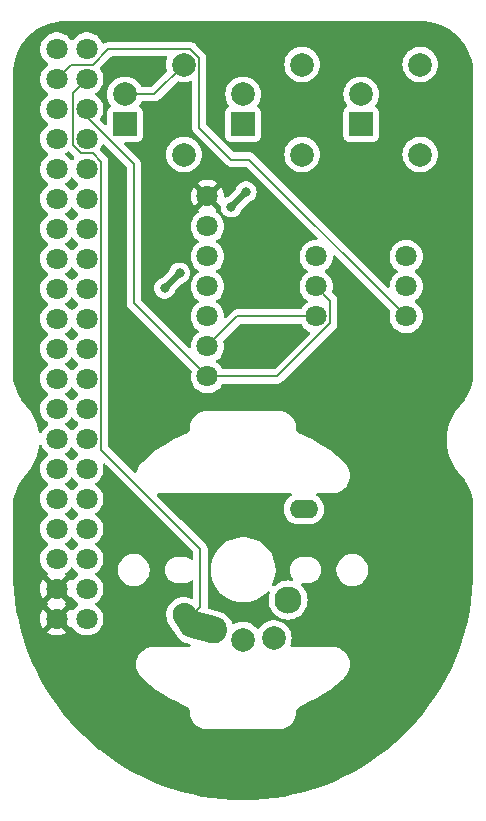
<source format=gbr>
%TF.GenerationSoftware,KiCad,Pcbnew,8.0.3*%
%TF.CreationDate,2024-09-22T18:07:19+10:00*%
%TF.ProjectId,ChatterBox,43686174-7465-4724-926f-782e6b696361,rev?*%
%TF.SameCoordinates,Original*%
%TF.FileFunction,Copper,L2,Bot*%
%TF.FilePolarity,Positive*%
%FSLAX46Y46*%
G04 Gerber Fmt 4.6, Leading zero omitted, Abs format (unit mm)*
G04 Created by KiCad (PCBNEW 8.0.3) date 2024-09-22 18:07:19*
%MOMM*%
%LPD*%
G01*
G04 APERTURE LIST*
G04 Aperture macros list*
%AMHorizOval*
0 Thick line with rounded ends*
0 $1 width*
0 $2 $3 position (X,Y) of the first rounded end (center of the circle)*
0 $4 $5 position (X,Y) of the second rounded end (center of the circle)*
0 Add line between two ends*
20,1,$1,$2,$3,$4,$5,0*
0 Add two circle primitives to create the rounded ends*
1,1,$1,$2,$3*
1,1,$1,$4,$5*%
G04 Aperture macros list end*
%TA.AperFunction,ComponentPad*%
%ADD10C,1.800000*%
%TD*%
%TA.AperFunction,ComponentPad*%
%ADD11C,2.000000*%
%TD*%
%TA.AperFunction,ComponentPad*%
%ADD12R,2.000000X2.000000*%
%TD*%
%TA.AperFunction,ComponentPad*%
%ADD13O,2.400000X1.600000*%
%TD*%
%TA.AperFunction,ComponentPad*%
%ADD14HorizOval,2.000000X0.299385X-0.450610X-0.299385X0.450610X0*%
%TD*%
%TA.AperFunction,ComponentPad*%
%ADD15HorizOval,2.300000X0.893481X-0.239408X-0.893481X0.239408X0*%
%TD*%
%TA.AperFunction,ComponentPad*%
%ADD16C,2.300000*%
%TD*%
%TA.AperFunction,ViaPad*%
%ADD17C,0.800000*%
%TD*%
%TA.AperFunction,Conductor*%
%ADD18C,0.500000*%
%TD*%
%TA.AperFunction,Conductor*%
%ADD19C,0.200000*%
%TD*%
G04 APERTURE END LIST*
D10*
%TO.P,J1,1,Pin_1*%
%TO.N,3V*%
X-13230000Y-24130000D03*
%TO.P,J1,2,Pin_2*%
%TO.N,5V*%
X-15770000Y-24130000D03*
%TO.P,J1,3,Pin_3*%
%TO.N,unconnected-(J1-Pin_3-Pad3)*%
X-13230000Y-21590000D03*
%TO.P,J1,4,Pin_4*%
%TO.N,5V*%
X-15770000Y-21590000D03*
%TO.P,J1,5,Pin_5*%
%TO.N,unconnected-(J1-Pin_5-Pad5)*%
X-13230000Y-19050000D03*
%TO.P,J1,6,Pin_6*%
%TO.N,GND*%
X-15770000Y-19050000D03*
%TO.P,J1,7,Pin_7*%
%TO.N,unconnected-(J1-Pin_7-Pad7)*%
X-13230000Y-16510000D03*
%TO.P,J1,8,Pin_8*%
%TO.N,unconnected-(J1-Pin_8-Pad8)*%
X-15770000Y-16510000D03*
%TO.P,J1,9,Pin_9*%
%TO.N,unconnected-(J1-Pin_9-Pad9)*%
X-13230000Y-13970000D03*
%TO.P,J1,10,Pin_10*%
%TO.N,unconnected-(J1-Pin_10-Pad10)*%
X-15770000Y-13970000D03*
%TO.P,J1,11,Pin_11*%
%TO.N,GPIO22*%
X-13230000Y-11430000D03*
%TO.P,J1,12,Pin_12*%
%TO.N,BCLK*%
X-15770000Y-11430000D03*
%TO.P,J1,13,Pin_13*%
%TO.N,GPIO27*%
X-13230000Y-8890000D03*
%TO.P,J1,14,Pin_14*%
%TO.N,unconnected-(J1-Pin_14-Pad14)*%
X-15770000Y-8890000D03*
%TO.P,J1,15,Pin_15*%
%TO.N,GPIO17*%
X-13230000Y-6350000D03*
%TO.P,J1,16,Pin_16*%
%TO.N,unconnected-(J1-Pin_16-Pad16)*%
X-15770000Y-6350000D03*
%TO.P,J1,17,Pin_17*%
%TO.N,unconnected-(J1-Pin_17-Pad17)*%
X-13230000Y-3810000D03*
%TO.P,J1,18,Pin_18*%
%TO.N,unconnected-(J1-Pin_18-Pad18)*%
X-15770000Y-3810000D03*
%TO.P,J1,19,Pin_19*%
%TO.N,unconnected-(J1-Pin_19-Pad19)*%
X-13230000Y-1270000D03*
%TO.P,J1,20,Pin_20*%
%TO.N,GND*%
X-15770000Y-1270000D03*
%TO.P,J1,21,Pin_21*%
%TO.N,unconnected-(J1-Pin_21-Pad21)*%
X-13230000Y1270000D03*
%TO.P,J1,22,Pin_22*%
%TO.N,unconnected-(J1-Pin_22-Pad22)*%
X-15770000Y1270000D03*
%TO.P,J1,23,Pin_23*%
%TO.N,unconnected-(J1-Pin_23-Pad23)*%
X-13230000Y3810000D03*
%TO.P,J1,24,Pin_24*%
%TO.N,unconnected-(J1-Pin_24-Pad24)*%
X-15770000Y3810000D03*
%TO.P,J1,25,Pin_25*%
%TO.N,unconnected-(J1-Pin_25-Pad25)*%
X-13230000Y6350000D03*
%TO.P,J1,26,Pin_26*%
%TO.N,unconnected-(J1-Pin_26-Pad26)*%
X-15770000Y6350000D03*
%TO.P,J1,27,Pin_27*%
%TO.N,unconnected-(J1-Pin_27-Pad27)*%
X-13230000Y8890000D03*
%TO.P,J1,28,Pin_28*%
%TO.N,unconnected-(J1-Pin_28-Pad28)*%
X-15770000Y8890000D03*
%TO.P,J1,29,Pin_29*%
%TO.N,unconnected-(J1-Pin_29-Pad29)*%
X-13230000Y11430000D03*
%TO.P,J1,30,Pin_30*%
%TO.N,unconnected-(J1-Pin_30-Pad30)*%
X-15770000Y11430000D03*
%TO.P,J1,31,Pin_31*%
%TO.N,unconnected-(J1-Pin_31-Pad31)*%
X-13230000Y13970000D03*
%TO.P,J1,32,Pin_32*%
%TO.N,unconnected-(J1-Pin_32-Pad32)*%
X-15770000Y13970000D03*
%TO.P,J1,33,Pin_33*%
%TO.N,unconnected-(J1-Pin_33-Pad33)*%
X-13230000Y16510000D03*
%TO.P,J1,34,Pin_34*%
%TO.N,unconnected-(J1-Pin_34-Pad34)*%
X-15770000Y16510000D03*
%TO.P,J1,35,Pin_35*%
%TO.N,LRC*%
X-13230000Y19050000D03*
%TO.P,J1,36,Pin_36*%
%TO.N,unconnected-(J1-Pin_36-Pad36)*%
X-15770000Y19050000D03*
%TO.P,J1,37,Pin_37*%
%TO.N,PTT*%
X-13230000Y21590000D03*
%TO.P,J1,38,Pin_38*%
%TO.N,GPIO20*%
X-15770000Y21590000D03*
%TO.P,J1,39,Pin_39*%
%TO.N,GND*%
X-13230000Y24130000D03*
%TO.P,J1,40,Pin_40*%
%TO.N,GPIO21*%
X-15770000Y24130000D03*
%TD*%
D11*
%TO.P,R2,1*%
%TO.N,GPIO27*%
X5000000Y15175000D03*
%TO.P,R2,2*%
%TO.N,Net-(D2-A)*%
X5000000Y22795000D03*
%TD*%
%TO.P,R3,1*%
%TO.N,GPIO22*%
X15000000Y15175000D03*
%TO.P,R3,2*%
%TO.N,Net-(D3-A)*%
X15000000Y22795000D03*
%TD*%
D10*
%TO.P,J2,1,Pin_1*%
%TO.N,LRC*%
X-3015000Y-3620000D03*
%TO.P,J2,2,Pin_2*%
%TO.N,BCLK*%
X-3015000Y-1080000D03*
%TO.P,J2,3,Pin_3*%
%TO.N,GPIO21*%
X-3015000Y1460000D03*
%TO.P,J2,4,Pin_4*%
%TO.N,unconnected-(J2-Pin_4-Pad4)*%
X-3015000Y4000000D03*
%TO.P,J2,5,Pin_5*%
%TO.N,unconnected-(J2-Pin_5-Pad5)*%
X-3015000Y6540000D03*
%TO.P,J2,6,Pin_6*%
%TO.N,GND*%
X-3015000Y9080000D03*
%TO.P,J2,7,Pin_7*%
%TO.N,5V*%
X-3015000Y11620000D03*
%TD*%
D12*
%TO.P,D1,1,K*%
%TO.N,GND*%
X-10000000Y17725000D03*
D11*
%TO.P,D1,2,A*%
%TO.N,Net-(D1-A)*%
X-10000000Y20265000D03*
%TD*%
%TO.P,R1,1*%
%TO.N,GPIO17*%
X-5000000Y15175000D03*
%TO.P,R1,2*%
%TO.N,Net-(D1-A)*%
X-5000000Y22795000D03*
%TD*%
D12*
%TO.P,D3,1,K*%
%TO.N,GND*%
X10000000Y17725000D03*
D11*
%TO.P,D3,2,A*%
%TO.N,Net-(D3-A)*%
X10000000Y20265000D03*
%TD*%
D10*
%TO.P,J3,1,Pin_1*%
%TO.N,GND*%
X13810000Y6540000D03*
%TO.P,J3,2,Pin_2*%
X6190000Y6540000D03*
%TO.P,J3,3,Pin_3*%
%TO.N,3V*%
X13810000Y4000000D03*
%TO.P,J3,4,Pin_4*%
%TO.N,LRC*%
X6190000Y4000000D03*
%TO.P,J3,5,Pin_5*%
%TO.N,GPIO20*%
X13810000Y1460000D03*
%TO.P,J3,6,Pin_6*%
%TO.N,BCLK*%
X6190000Y1460000D03*
%TD*%
D12*
%TO.P,D2,1,K*%
%TO.N,GND*%
X0Y17725000D03*
D11*
%TO.P,D2,2,A*%
%TO.N,Net-(D2-A)*%
X0Y20265000D03*
%TD*%
D13*
%TO.P,SW1,*%
%TO.N,*%
X5150000Y-14850000D03*
D14*
%TO.P,SW1,1,1*%
%TO.N,PTT*%
X-4700000Y-24250000D03*
D15*
X-3361037Y-24860004D03*
D11*
%TO.P,SW1,2,2*%
%TO.N,GND*%
X0Y-25900000D03*
X2600000Y-25750000D03*
D16*
X3810000Y-22540000D03*
%TD*%
D17*
%TO.N,GND*%
X-6625000Y3875000D03*
X-5375000Y5125000D03*
X-1000000Y10750000D03*
X250000Y12000000D03*
%TO.N,5V*%
X1750000Y15000000D03*
X250000Y13500000D03*
%TD*%
D18*
%TO.N,GND*%
X-5375000Y5125000D02*
X-6625000Y3875000D01*
X250000Y12000000D02*
X-1000000Y10750000D01*
D19*
%TO.N,LRC*%
X-3015000Y-3620000D02*
X-9250000Y2615000D01*
X-9250000Y2615000D02*
X-9250000Y14375000D01*
X2880000Y-3620000D02*
X-3015000Y-3620000D01*
X-13230000Y18355000D02*
X-13230000Y19050000D01*
X6190000Y4000000D02*
X7390000Y2800000D01*
X7390000Y2800000D02*
X7390000Y890000D01*
X-9250000Y14375000D02*
X-13230000Y18355000D01*
X7390000Y890000D02*
X2880000Y-3620000D01*
%TO.N,BCLK*%
X6190000Y1460000D02*
X-475000Y1460000D01*
X-475000Y1460000D02*
X-3015000Y-1080000D01*
%TO.N,GPIO20*%
X13810000Y1460000D02*
X520000Y14750000D01*
X-1000000Y14750000D02*
X-3700000Y17450000D01*
X-3700000Y17450000D02*
X-3700000Y23333478D01*
X-14570000Y22790000D02*
X-15770000Y21590000D01*
X-12710000Y22790000D02*
X-14570000Y22790000D01*
X-4461522Y24095000D02*
X-11405000Y24095000D01*
X-3700000Y23333478D02*
X-4461522Y24095000D01*
X-11405000Y24095000D02*
X-12710000Y22790000D01*
X520000Y14750000D02*
X-1000000Y14750000D01*
%TO.N,PTT*%
X-12732943Y15310000D02*
X-13727057Y15310000D01*
X-3605000Y-23155000D02*
X-3605000Y-18209014D01*
X-12000000Y-9814014D02*
X-12000000Y14577057D01*
X-14430000Y20390000D02*
X-13230000Y21590000D01*
X-4700000Y-24250000D02*
X-3605000Y-23155000D01*
X-14430000Y16012943D02*
X-14430000Y20390000D01*
X-12000000Y14577057D02*
X-12732943Y15310000D01*
X-13727057Y15310000D02*
X-14430000Y16012943D01*
X-3605000Y-18209014D02*
X-12000000Y-9814014D01*
%TO.N,Net-(D1-A)*%
X-7530000Y20265000D02*
X-5000000Y22795000D01*
X-10000000Y20265000D02*
X-7530000Y20265000D01*
%TD*%
%TA.AperFunction,Conductor*%
%TO.N,5V*%
G36*
X15002703Y26499382D02*
G01*
X15386750Y26482614D01*
X15397526Y26481671D01*
X15775957Y26431849D01*
X15786610Y26429971D01*
X16159272Y26347354D01*
X16169721Y26344554D01*
X16533755Y26229775D01*
X16543921Y26226075D01*
X16896572Y26080002D01*
X16906376Y26075430D01*
X17244942Y25899183D01*
X17254310Y25893775D01*
X17576244Y25688681D01*
X17585105Y25682476D01*
X17887930Y25450110D01*
X17896217Y25443156D01*
X18177635Y25185284D01*
X18185284Y25177635D01*
X18443156Y24896217D01*
X18450110Y24887930D01*
X18682476Y24585105D01*
X18688681Y24576244D01*
X18893775Y24254310D01*
X18899183Y24244942D01*
X19075430Y23906376D01*
X19080002Y23896572D01*
X19226075Y23543921D01*
X19229775Y23533755D01*
X19344554Y23169721D01*
X19347354Y23159272D01*
X19429971Y22786610D01*
X19431849Y22775957D01*
X19481671Y22397526D01*
X19482614Y22386750D01*
X19499382Y22002702D01*
X19499500Y21997293D01*
X19499500Y-3139765D01*
X19499397Y-3144816D01*
X19484772Y-3503523D01*
X19483950Y-3513593D01*
X19440479Y-3867429D01*
X19438839Y-3877397D01*
X19366714Y-4226492D01*
X19364269Y-4236295D01*
X19263958Y-4578382D01*
X19260723Y-4587952D01*
X19132900Y-4920732D01*
X19128896Y-4930008D01*
X18974405Y-5251280D01*
X18969660Y-5260198D01*
X18789535Y-5567819D01*
X18784079Y-5576322D01*
X18579505Y-5868265D01*
X18573375Y-5876296D01*
X18344127Y-6152526D01*
X18340824Y-6156345D01*
X18293396Y-6208976D01*
X18293176Y-6209252D01*
X18211992Y-6299396D01*
X17978559Y-6611757D01*
X17978551Y-6611769D01*
X17774691Y-6944194D01*
X17774689Y-6944197D01*
X17602121Y-7293895D01*
X17602111Y-7293919D01*
X17462291Y-7657927D01*
X17462282Y-7657953D01*
X17356370Y-8033259D01*
X17285265Y-8416681D01*
X17269761Y-8585316D01*
X17249561Y-8805016D01*
X17249561Y-9194985D01*
X17263473Y-9346300D01*
X17285265Y-9583319D01*
X17356370Y-9966741D01*
X17462283Y-10342047D01*
X17462292Y-10342073D01*
X17602114Y-10706088D01*
X17602118Y-10706099D01*
X17774689Y-11055799D01*
X17774699Y-11055818D01*
X17978551Y-11388231D01*
X17978551Y-11388232D01*
X18212001Y-11700614D01*
X18292922Y-11790464D01*
X18293143Y-11790744D01*
X18340766Y-11843588D01*
X18344064Y-11847400D01*
X18572809Y-12122962D01*
X18578925Y-12130971D01*
X18783065Y-12422095D01*
X18788510Y-12430574D01*
X18968330Y-12737299D01*
X18973069Y-12746191D01*
X19127401Y-13066525D01*
X19131402Y-13075774D01*
X19259207Y-13407562D01*
X19262444Y-13417104D01*
X19362889Y-13758179D01*
X19365341Y-13767953D01*
X19437761Y-14116064D01*
X19439411Y-14126005D01*
X19483327Y-14478848D01*
X19484164Y-14488889D01*
X19492759Y-14690802D01*
X19498818Y-14833153D01*
X19499388Y-14846531D01*
X19499500Y-14851805D01*
X19499500Y-19998599D01*
X19499469Y-20001381D01*
X19479927Y-20872067D01*
X19479677Y-20877626D01*
X19421188Y-21745147D01*
X19420689Y-21750690D01*
X19323336Y-22614718D01*
X19322589Y-22620232D01*
X19186572Y-23479009D01*
X19185579Y-23484484D01*
X19011161Y-24336337D01*
X19009922Y-24341762D01*
X18797475Y-25184878D01*
X18795995Y-25190242D01*
X18545932Y-26022995D01*
X18544212Y-26028288D01*
X18257022Y-26849026D01*
X18255067Y-26854235D01*
X17931368Y-27661206D01*
X17929181Y-27666323D01*
X17569598Y-28457970D01*
X17567184Y-28462984D01*
X17172434Y-29237725D01*
X17169797Y-29242625D01*
X16740696Y-29998856D01*
X16737842Y-30003633D01*
X16275236Y-30739867D01*
X16272170Y-30744511D01*
X15777010Y-31459232D01*
X15773739Y-31463734D01*
X15247017Y-32155513D01*
X15243548Y-32159864D01*
X14686297Y-32827343D01*
X14682636Y-32831533D01*
X14096009Y-33473328D01*
X14092163Y-33477350D01*
X13477350Y-34092163D01*
X13473328Y-34096009D01*
X12831533Y-34682636D01*
X12827343Y-34686297D01*
X12159864Y-35243548D01*
X12155513Y-35247017D01*
X11463734Y-35773739D01*
X11459232Y-35777010D01*
X10744511Y-36272170D01*
X10739867Y-36275236D01*
X10003633Y-36737842D01*
X9998856Y-36740696D01*
X9242625Y-37169797D01*
X9237725Y-37172434D01*
X8462984Y-37567184D01*
X8457970Y-37569598D01*
X7666323Y-37929181D01*
X7661206Y-37931368D01*
X6854235Y-38255067D01*
X6849026Y-38257022D01*
X6028288Y-38544212D01*
X6022995Y-38545932D01*
X5190242Y-38795995D01*
X5184878Y-38797475D01*
X4341762Y-39009922D01*
X4336337Y-39011161D01*
X3484484Y-39185579D01*
X3479009Y-39186572D01*
X2620232Y-39322589D01*
X2614718Y-39323336D01*
X1750690Y-39420689D01*
X1745147Y-39421188D01*
X877626Y-39479677D01*
X872067Y-39479927D01*
X2782Y-39499437D01*
X-2782Y-39499437D01*
X-872067Y-39479927D01*
X-877626Y-39479677D01*
X-1745147Y-39421188D01*
X-1750690Y-39420689D01*
X-2614718Y-39323336D01*
X-2620232Y-39322589D01*
X-3479009Y-39186572D01*
X-3484484Y-39185579D01*
X-4336337Y-39011161D01*
X-4341762Y-39009922D01*
X-5184878Y-38797475D01*
X-5190242Y-38795995D01*
X-6022995Y-38545932D01*
X-6028288Y-38544212D01*
X-6849026Y-38257022D01*
X-6854235Y-38255067D01*
X-7661206Y-37931368D01*
X-7666323Y-37929181D01*
X-8457970Y-37569598D01*
X-8462984Y-37567184D01*
X-9237725Y-37172434D01*
X-9242625Y-37169797D01*
X-9998856Y-36740696D01*
X-10003633Y-36737842D01*
X-10739867Y-36275236D01*
X-10744511Y-36272170D01*
X-11459232Y-35777010D01*
X-11463734Y-35773739D01*
X-12155513Y-35247017D01*
X-12159864Y-35243548D01*
X-12827343Y-34686297D01*
X-12831533Y-34682636D01*
X-13473328Y-34096009D01*
X-13477350Y-34092163D01*
X-14092163Y-33477350D01*
X-14096009Y-33473328D01*
X-14682636Y-32831533D01*
X-14686297Y-32827343D01*
X-15243548Y-32159864D01*
X-15247017Y-32155513D01*
X-15773739Y-31463734D01*
X-15777010Y-31459232D01*
X-16272170Y-30744511D01*
X-16275236Y-30739867D01*
X-16737842Y-30003633D01*
X-16740696Y-29998856D01*
X-17169797Y-29242625D01*
X-17172434Y-29237725D01*
X-17567184Y-28462984D01*
X-17569598Y-28457970D01*
X-17929181Y-27666323D01*
X-17931368Y-27661206D01*
X-18255067Y-26854235D01*
X-18257022Y-26849026D01*
X-18544212Y-26028288D01*
X-18545932Y-26022995D01*
X-18795995Y-25190242D01*
X-18797475Y-25184878D01*
X-19009922Y-24341762D01*
X-19011161Y-24336337D01*
X-19185579Y-23484484D01*
X-19186572Y-23479009D01*
X-19322589Y-22620232D01*
X-19323336Y-22614718D01*
X-19420689Y-21750690D01*
X-19421188Y-21745147D01*
X-19479677Y-20877626D01*
X-19479927Y-20872067D01*
X-19499469Y-20001381D01*
X-19499500Y-19998599D01*
X-19499500Y-14860213D01*
X-19499397Y-14855162D01*
X-19484772Y-14496457D01*
X-19483950Y-14486387D01*
X-19440479Y-14132554D01*
X-19438839Y-14122586D01*
X-19366714Y-13773493D01*
X-19364269Y-13763690D01*
X-19263955Y-13421597D01*
X-19260720Y-13412027D01*
X-19132896Y-13079249D01*
X-19128901Y-13069993D01*
X-18974406Y-12748715D01*
X-18969660Y-12739796D01*
X-18789532Y-12432175D01*
X-18784076Y-12423672D01*
X-18579506Y-12131738D01*
X-18573377Y-12123708D01*
X-18344096Y-11847438D01*
X-18340790Y-11843616D01*
X-18293135Y-11790736D01*
X-18292902Y-11790440D01*
X-18287810Y-11784787D01*
X-18212000Y-11700611D01*
X-18211998Y-11700609D01*
X-18094024Y-11542747D01*
X-17978555Y-11388235D01*
X-17878060Y-11224361D01*
X-17774700Y-11055817D01*
X-17774690Y-11055798D01*
X-17602119Y-10706098D01*
X-17602115Y-10706087D01*
X-17462293Y-10342073D01*
X-17462284Y-10342047D01*
X-17356371Y-9966741D01*
X-17285266Y-9583319D01*
X-17278998Y-9515145D01*
X-17253258Y-9450189D01*
X-17196487Y-9409461D01*
X-17126709Y-9405891D01*
X-17066077Y-9440613D01*
X-17041963Y-9476686D01*
X-17005924Y-9558849D01*
X-16878979Y-9753153D01*
X-16721784Y-9923913D01*
X-16544181Y-10062146D01*
X-16503368Y-10118857D01*
X-16499693Y-10188630D01*
X-16534324Y-10249313D01*
X-16544176Y-10257850D01*
X-16721784Y-10396087D01*
X-16878979Y-10566847D01*
X-16878980Y-10566849D01*
X-16878983Y-10566852D01*
X-17005924Y-10761151D01*
X-17099157Y-10973699D01*
X-17156133Y-11198691D01*
X-17156135Y-11198702D01*
X-17175300Y-11429993D01*
X-17175300Y-11430006D01*
X-17157556Y-11644144D01*
X-17156134Y-11661305D01*
X-17099157Y-11886300D01*
X-17005924Y-12098849D01*
X-16878979Y-12293153D01*
X-16721784Y-12463913D01*
X-16544181Y-12602146D01*
X-16503368Y-12658857D01*
X-16499693Y-12728630D01*
X-16534324Y-12789313D01*
X-16544176Y-12797850D01*
X-16721784Y-12936087D01*
X-16878979Y-13106847D01*
X-16878980Y-13106849D01*
X-16878983Y-13106852D01*
X-17005924Y-13301151D01*
X-17099157Y-13513699D01*
X-17156133Y-13738691D01*
X-17156135Y-13738702D01*
X-17175300Y-13969993D01*
X-17175300Y-13970006D01*
X-17156135Y-14201297D01*
X-17156134Y-14201305D01*
X-17099157Y-14426300D01*
X-17005924Y-14638849D01*
X-16878979Y-14833153D01*
X-16721784Y-15003913D01*
X-16544181Y-15142146D01*
X-16503368Y-15198857D01*
X-16499693Y-15268630D01*
X-16534324Y-15329313D01*
X-16544176Y-15337850D01*
X-16721784Y-15476087D01*
X-16878979Y-15646847D01*
X-16878980Y-15646849D01*
X-16878983Y-15646852D01*
X-17005924Y-15841151D01*
X-17099157Y-16053699D01*
X-17156133Y-16278691D01*
X-17156135Y-16278702D01*
X-17175300Y-16509993D01*
X-17175300Y-16510000D01*
X-17156134Y-16741305D01*
X-17099157Y-16966300D01*
X-17005924Y-17178849D01*
X-16878979Y-17373153D01*
X-16721784Y-17543913D01*
X-16544181Y-17682146D01*
X-16503368Y-17738857D01*
X-16499693Y-17808630D01*
X-16534324Y-17869313D01*
X-16544176Y-17877850D01*
X-16721784Y-18016087D01*
X-16878979Y-18186847D01*
X-16878980Y-18186849D01*
X-16878983Y-18186852D01*
X-17005924Y-18381151D01*
X-17099157Y-18593699D01*
X-17156133Y-18818691D01*
X-17156135Y-18818702D01*
X-17175300Y-19049993D01*
X-17175300Y-19050006D01*
X-17157337Y-19266786D01*
X-17156134Y-19281305D01*
X-17099157Y-19506300D01*
X-17005924Y-19718849D01*
X-16878979Y-19913153D01*
X-16721784Y-20083913D01*
X-16543772Y-20222464D01*
X-16502961Y-20279172D01*
X-16499286Y-20348945D01*
X-16533917Y-20409629D01*
X-16543773Y-20418169D01*
X-16568797Y-20437646D01*
X-16568797Y-20437647D01*
X-15816447Y-21190000D01*
X-15822661Y-21190000D01*
X-15924394Y-21217259D01*
X-16015606Y-21269920D01*
X-16090080Y-21344394D01*
X-16142741Y-21435606D01*
X-16170000Y-21537339D01*
X-16170000Y-21543551D01*
X-16921186Y-20792365D01*
X-17005484Y-20921393D01*
X-17098682Y-21133864D01*
X-17155638Y-21358781D01*
X-17174798Y-21589994D01*
X-17174798Y-21590005D01*
X-17155638Y-21821218D01*
X-17098682Y-22046135D01*
X-17005482Y-22258611D01*
X-16921186Y-22387633D01*
X-16170000Y-21636447D01*
X-16170000Y-21642661D01*
X-16142741Y-21744394D01*
X-16090080Y-21835606D01*
X-16015606Y-21910080D01*
X-15924394Y-21962741D01*
X-15822661Y-21990000D01*
X-15816448Y-21990000D01*
X-16568798Y-22742350D01*
X-16568797Y-22742352D01*
X-16543366Y-22762148D01*
X-16502554Y-22818859D01*
X-16498881Y-22888633D01*
X-16533514Y-22949315D01*
X-16543367Y-22957853D01*
X-16568797Y-22977646D01*
X-16568797Y-22977647D01*
X-15816447Y-23730000D01*
X-15822661Y-23730000D01*
X-15924394Y-23757259D01*
X-16015606Y-23809920D01*
X-16090080Y-23884394D01*
X-16142741Y-23975606D01*
X-16170000Y-24077339D01*
X-16170000Y-24083551D01*
X-16921186Y-23332365D01*
X-17005484Y-23461393D01*
X-17098682Y-23673864D01*
X-17155638Y-23898781D01*
X-17174798Y-24129994D01*
X-17174798Y-24130005D01*
X-17155638Y-24361218D01*
X-17098682Y-24586135D01*
X-17005482Y-24798611D01*
X-16921186Y-24927633D01*
X-16170000Y-24176447D01*
X-16170000Y-24182661D01*
X-16142741Y-24284394D01*
X-16090080Y-24375606D01*
X-16015606Y-24450080D01*
X-15924394Y-24502741D01*
X-15822661Y-24530000D01*
X-15816448Y-24530000D01*
X-16568798Y-25282350D01*
X-16568797Y-25282351D01*
X-16538355Y-25306047D01*
X-16334301Y-25416476D01*
X-16334293Y-25416479D01*
X-16114860Y-25491811D01*
X-15886007Y-25530000D01*
X-15653993Y-25530000D01*
X-15425139Y-25491811D01*
X-15205706Y-25416479D01*
X-15205697Y-25416476D01*
X-15001649Y-25306050D01*
X-14971201Y-25282351D01*
X-15723553Y-24530000D01*
X-15717339Y-24530000D01*
X-15615606Y-24502741D01*
X-15524394Y-24450080D01*
X-15449920Y-24375606D01*
X-15397259Y-24284394D01*
X-15370000Y-24182661D01*
X-15370000Y-24176445D01*
X-14618812Y-24927633D01*
X-14604107Y-24905125D01*
X-14550960Y-24859769D01*
X-14481729Y-24850345D01*
X-14418393Y-24879847D01*
X-14396492Y-24905122D01*
X-14338979Y-24993153D01*
X-14181784Y-25163913D01*
X-14154848Y-25184878D01*
X-13999170Y-25306047D01*
X-13998626Y-25306470D01*
X-13794503Y-25416936D01*
X-13574981Y-25492298D01*
X-13346049Y-25530500D01*
X-13346048Y-25530500D01*
X-13113952Y-25530500D01*
X-13113951Y-25530500D01*
X-12885019Y-25492298D01*
X-12885017Y-25492297D01*
X-12885015Y-25492297D01*
X-12779487Y-25456068D01*
X-12665497Y-25416936D01*
X-12664652Y-25416479D01*
X-12628860Y-25397109D01*
X-12461374Y-25306470D01*
X-12461371Y-25306468D01*
X-12461365Y-25306464D01*
X-12278222Y-25163918D01*
X-12278219Y-25163915D01*
X-12278216Y-25163913D01*
X-12121021Y-24993153D01*
X-12121019Y-24993151D01*
X-12121016Y-24993147D01*
X-11994075Y-24798848D01*
X-11900842Y-24586300D01*
X-11843866Y-24361308D01*
X-11843864Y-24361297D01*
X-11824700Y-24130006D01*
X-11824700Y-24129993D01*
X-11843864Y-23898702D01*
X-11843866Y-23898691D01*
X-11900842Y-23673699D01*
X-11994075Y-23461151D01*
X-12121016Y-23266852D01*
X-12278219Y-23096084D01*
X-12278222Y-23096081D01*
X-12455818Y-22957853D01*
X-12496631Y-22901143D01*
X-12500306Y-22831370D01*
X-12465674Y-22770687D01*
X-12455818Y-22762147D01*
X-12278222Y-22623918D01*
X-12278219Y-22623915D01*
X-12278216Y-22623913D01*
X-12121021Y-22453153D01*
X-12121019Y-22453151D01*
X-12121016Y-22453147D01*
X-11994075Y-22258848D01*
X-11900842Y-22046300D01*
X-11843866Y-21821308D01*
X-11843864Y-21821297D01*
X-11824700Y-21590006D01*
X-11824700Y-21589993D01*
X-11843864Y-21358702D01*
X-11843866Y-21358691D01*
X-11900842Y-21133699D01*
X-11994075Y-20921151D01*
X-12121016Y-20726852D01*
X-12278219Y-20556084D01*
X-12278222Y-20556081D01*
X-12455818Y-20417853D01*
X-12496631Y-20361143D01*
X-12500306Y-20291370D01*
X-12465674Y-20230687D01*
X-12455818Y-20222147D01*
X-12278222Y-20083918D01*
X-12278219Y-20083915D01*
X-12278216Y-20083913D01*
X-12121021Y-19913153D01*
X-12121019Y-19913151D01*
X-12121016Y-19913147D01*
X-12108319Y-19893713D01*
X-10600500Y-19893713D01*
X-10600500Y-20106287D01*
X-10567246Y-20316243D01*
X-10501557Y-20518412D01*
X-10405051Y-20707816D01*
X-10405048Y-20707820D01*
X-10280109Y-20879786D01*
X-10280106Y-20879788D01*
X-10280104Y-20879792D01*
X-10129792Y-21030104D01*
X-10129788Y-21030106D01*
X-10129786Y-21030109D01*
X-10036635Y-21097786D01*
X-9957816Y-21155051D01*
X-9768412Y-21251557D01*
X-9566243Y-21317246D01*
X-9356287Y-21350500D01*
X-9356286Y-21350500D01*
X-9143714Y-21350500D01*
X-9143713Y-21350500D01*
X-8933757Y-21317246D01*
X-8731588Y-21251557D01*
X-8542184Y-21155051D01*
X-8542181Y-21155049D01*
X-8542179Y-21155048D01*
X-8370213Y-21030109D01*
X-8219890Y-20879786D01*
X-8094951Y-20707820D01*
X-7998444Y-20518414D01*
X-7979936Y-20461455D01*
X-7932754Y-20316243D01*
X-7928864Y-20291687D01*
X-7899500Y-20106286D01*
X-7899500Y-19893713D01*
X-7932753Y-19683760D01*
X-7998444Y-19481585D01*
X-8094951Y-19292179D01*
X-8219890Y-19120213D01*
X-8370213Y-18969890D01*
X-8542179Y-18844951D01*
X-8731585Y-18748444D01*
X-8933760Y-18682753D01*
X-8933759Y-18682753D01*
X-9104202Y-18655757D01*
X-9143713Y-18649500D01*
X-9356287Y-18649500D01*
X-9419644Y-18659534D01*
X-9566239Y-18682753D01*
X-9566241Y-18682753D01*
X-9566243Y-18682754D01*
X-9768412Y-18748443D01*
X-9768413Y-18748443D01*
X-9768414Y-18748444D01*
X-9957820Y-18844951D01*
X-10129786Y-18969890D01*
X-10280109Y-19120213D01*
X-10405048Y-19292179D01*
X-10405049Y-19292181D01*
X-10405051Y-19292184D01*
X-10501557Y-19481588D01*
X-10567246Y-19683757D01*
X-10600500Y-19893713D01*
X-12108319Y-19893713D01*
X-11994075Y-19718848D01*
X-11900842Y-19506300D01*
X-11843866Y-19281308D01*
X-11843864Y-19281297D01*
X-11824700Y-19050006D01*
X-11824700Y-19049993D01*
X-11843864Y-18818702D01*
X-11843866Y-18818691D01*
X-11900842Y-18593699D01*
X-11994075Y-18381151D01*
X-12121016Y-18186852D01*
X-12278219Y-18016084D01*
X-12278222Y-18016081D01*
X-12455818Y-17877853D01*
X-12496631Y-17821143D01*
X-12500306Y-17751370D01*
X-12465674Y-17690687D01*
X-12455818Y-17682147D01*
X-12278222Y-17543918D01*
X-12278219Y-17543915D01*
X-12278216Y-17543913D01*
X-12121021Y-17373153D01*
X-12121019Y-17373151D01*
X-12121016Y-17373147D01*
X-11994075Y-17178848D01*
X-11900842Y-16966300D01*
X-11843866Y-16741308D01*
X-11843864Y-16741297D01*
X-11824700Y-16510006D01*
X-11824700Y-16509993D01*
X-11843864Y-16278702D01*
X-11843866Y-16278691D01*
X-11900842Y-16053699D01*
X-11994075Y-15841151D01*
X-12121016Y-15646852D01*
X-12278219Y-15476084D01*
X-12278222Y-15476081D01*
X-12455818Y-15337853D01*
X-12496631Y-15281143D01*
X-12500306Y-15211370D01*
X-12465674Y-15150687D01*
X-12455818Y-15142147D01*
X-12278222Y-15003918D01*
X-12278219Y-15003915D01*
X-12278216Y-15003913D01*
X-12121021Y-14833153D01*
X-12121019Y-14833151D01*
X-12121016Y-14833147D01*
X-11994075Y-14638848D01*
X-11900842Y-14426300D01*
X-11843866Y-14201308D01*
X-11843864Y-14201297D01*
X-11824700Y-13970006D01*
X-11824700Y-13969993D01*
X-11843864Y-13738702D01*
X-11843866Y-13738691D01*
X-11900842Y-13513699D01*
X-11994075Y-13301151D01*
X-12121016Y-13106852D01*
X-12278219Y-12936084D01*
X-12278222Y-12936081D01*
X-12455818Y-12797853D01*
X-12496631Y-12741143D01*
X-12500306Y-12671370D01*
X-12465674Y-12610687D01*
X-12455818Y-12602147D01*
X-12278222Y-12463918D01*
X-12278219Y-12463915D01*
X-12278216Y-12463913D01*
X-12121021Y-12293153D01*
X-12121019Y-12293151D01*
X-12121016Y-12293147D01*
X-11994075Y-12098848D01*
X-11900842Y-11886300D01*
X-11843866Y-11661308D01*
X-11843864Y-11661297D01*
X-11824700Y-11430006D01*
X-11824700Y-11429993D01*
X-11843864Y-11198702D01*
X-11843866Y-11198690D01*
X-11861942Y-11127313D01*
X-11859317Y-11057493D01*
X-11819360Y-11000175D01*
X-11754759Y-10973559D01*
X-11686023Y-10986094D01*
X-11654058Y-11009189D01*
X-4241817Y-18421431D01*
X-4208334Y-18482752D01*
X-4205500Y-18509110D01*
X-4205500Y-19000803D01*
X-4225185Y-19067842D01*
X-4277989Y-19113597D01*
X-4347147Y-19123541D01*
X-4402385Y-19101121D01*
X-4490106Y-19037388D01*
X-4647957Y-18956957D01*
X-4647960Y-18956956D01*
X-4816443Y-18902214D01*
X-4933095Y-18883738D01*
X-4991421Y-18874500D01*
X-5588579Y-18874500D01*
X-5676067Y-18888357D01*
X-5763556Y-18902214D01*
X-5932039Y-18956956D01*
X-5932042Y-18956957D01*
X-6089890Y-19037386D01*
X-6233214Y-19141517D01*
X-6358483Y-19266786D01*
X-6462614Y-19410110D01*
X-6499034Y-19481588D01*
X-6543042Y-19567957D01*
X-6543042Y-19567958D01*
X-6597786Y-19736445D01*
X-6625500Y-19911421D01*
X-6625500Y-20088579D01*
X-6597786Y-20263555D01*
X-6543042Y-20432042D01*
X-6462614Y-20589890D01*
X-6358483Y-20733214D01*
X-6233214Y-20858483D01*
X-6089890Y-20962614D01*
X-5932042Y-21043042D01*
X-5763555Y-21097786D01*
X-5588579Y-21125500D01*
X-5588578Y-21125500D01*
X-4991422Y-21125500D01*
X-4991421Y-21125500D01*
X-4816445Y-21097786D01*
X-4715055Y-21064843D01*
X-4647960Y-21043043D01*
X-4647957Y-21043042D01*
X-4561906Y-20999196D01*
X-4490110Y-20962614D01*
X-4402383Y-20898877D01*
X-4336580Y-20875398D01*
X-4268526Y-20891223D01*
X-4219831Y-20941329D01*
X-4205500Y-20999196D01*
X-4205500Y-22315315D01*
X-4225185Y-22382354D01*
X-4277989Y-22428109D01*
X-4347147Y-22438053D01*
X-4372723Y-22431538D01*
X-4587042Y-22351834D01*
X-4587040Y-22351834D01*
X-4818561Y-22305152D01*
X-5054534Y-22295261D01*
X-5054546Y-22295261D01*
X-5289158Y-22322406D01*
X-5516639Y-22385920D01*
X-5731386Y-22484239D01*
X-5731388Y-22484240D01*
X-5791850Y-22524411D01*
X-5928111Y-22614943D01*
X-6101965Y-22774810D01*
X-6248670Y-22959906D01*
X-6364613Y-23165673D01*
X-6446940Y-23387044D01*
X-6493623Y-23618568D01*
X-6503514Y-23854545D01*
X-6476368Y-24089164D01*
X-6412853Y-24316647D01*
X-6314534Y-24531394D01*
X-5585061Y-25629337D01*
X-5425194Y-25803191D01*
X-5282543Y-25916252D01*
X-5276614Y-25921262D01*
X-5262386Y-25934075D01*
X-5254399Y-25939261D01*
X-5244910Y-25946080D01*
X-5240098Y-25949895D01*
X-5227804Y-25956821D01*
X-5221200Y-25960820D01*
X-5044505Y-26075569D01*
X-4807170Y-26181236D01*
X-4529172Y-26255725D01*
X-4469513Y-26292090D01*
X-4438984Y-26354937D01*
X-4447279Y-26424313D01*
X-4491764Y-26478191D01*
X-4558316Y-26499465D01*
X-4561267Y-26499500D01*
X-7549836Y-26499500D01*
X-7661886Y-26499471D01*
X-7661887Y-26499471D01*
X-7883508Y-26532755D01*
X-8097713Y-26598582D01*
X-8097721Y-26598585D01*
X-8299771Y-26695493D01*
X-8299775Y-26695495D01*
X-8299776Y-26695496D01*
X-8485203Y-26821345D01*
X-8649883Y-26973337D01*
X-8729851Y-27072965D01*
X-8790161Y-27148100D01*
X-8790162Y-27148102D01*
X-8902929Y-27341763D01*
X-8966005Y-27500500D01*
X-8985683Y-27550021D01*
X-8985685Y-27550028D01*
X-9033690Y-27755835D01*
X-9036590Y-27768266D01*
X-9054518Y-27991648D01*
X-9039070Y-28215216D01*
X-8990590Y-28434010D01*
X-8910153Y-28643176D01*
X-8799542Y-28838077D01*
X-8661211Y-29014388D01*
X-8579700Y-29091273D01*
X-8579701Y-29091273D01*
X-8531779Y-29136498D01*
X-8531775Y-29136499D01*
X-8525197Y-29142708D01*
X-8525134Y-29142759D01*
X-8344773Y-29312944D01*
X-7852685Y-29731470D01*
X-7339640Y-30124024D01*
X-6807006Y-30489559D01*
X-6256205Y-30827099D01*
X-5688708Y-31135743D01*
X-5106028Y-31414668D01*
X-4877165Y-31510048D01*
X-4877092Y-31510086D01*
X-4868711Y-31513577D01*
X-4868709Y-31513580D01*
X-4814615Y-31536118D01*
X-4801532Y-31542496D01*
X-4718491Y-31589208D01*
X-4694986Y-31606345D01*
X-4630510Y-31666121D01*
X-4611645Y-31688266D01*
X-4562878Y-31761418D01*
X-4549695Y-31787342D01*
X-4519312Y-31869860D01*
X-4512536Y-31898136D01*
X-4501355Y-31992770D01*
X-4500500Y-32007301D01*
X-4500500Y-32107317D01*
X-4469955Y-32319768D01*
X-4409485Y-32525710D01*
X-4409483Y-32525713D01*
X-4409483Y-32525715D01*
X-4320328Y-32720938D01*
X-4320325Y-32720942D01*
X-4320322Y-32720950D01*
X-4204281Y-32901513D01*
X-4063725Y-33063724D01*
X-3901514Y-33204280D01*
X-3720951Y-33320321D01*
X-3720943Y-33320324D01*
X-3720939Y-33320327D01*
X-3525716Y-33409482D01*
X-3525714Y-33409482D01*
X-3525711Y-33409484D01*
X-3319770Y-33469954D01*
X-3319766Y-33469954D01*
X-3319765Y-33469955D01*
X-3277852Y-33475980D01*
X-3107319Y-33500500D01*
X-3107318Y-33500500D01*
X3107317Y-33500500D01*
X3107318Y-33500500D01*
X3277851Y-33475980D01*
X3319764Y-33469955D01*
X3319765Y-33469954D01*
X3319769Y-33469954D01*
X3525710Y-33409484D01*
X3525713Y-33409482D01*
X3525715Y-33409482D01*
X3720938Y-33320327D01*
X3720944Y-33320323D01*
X3720950Y-33320321D01*
X3901513Y-33204281D01*
X4063724Y-33063724D01*
X4204281Y-32901513D01*
X4320321Y-32720950D01*
X4320323Y-32720944D01*
X4320327Y-32720938D01*
X4409482Y-32525715D01*
X4409482Y-32525713D01*
X4409484Y-32525710D01*
X4469954Y-32319769D01*
X4469956Y-32319760D01*
X4475980Y-32277851D01*
X4500500Y-32107318D01*
X4500500Y-32007301D01*
X4501356Y-31992753D01*
X4512533Y-31898138D01*
X4519313Y-31869850D01*
X4549692Y-31787346D01*
X4562874Y-31761421D01*
X4611647Y-31688262D01*
X4630504Y-31666125D01*
X4694991Y-31606338D01*
X4718483Y-31589211D01*
X4801544Y-31542489D01*
X4814608Y-31536121D01*
X4868708Y-31513580D01*
X4868709Y-31513578D01*
X4876900Y-31510166D01*
X4876971Y-31510129D01*
X5106028Y-31414668D01*
X5688708Y-31135743D01*
X6256205Y-30827099D01*
X6807006Y-30489559D01*
X7339640Y-30124024D01*
X7852685Y-29731470D01*
X8344774Y-29312944D01*
X8525143Y-29142750D01*
X8525214Y-29142693D01*
X8531778Y-29136497D01*
X8531780Y-29136497D01*
X8579702Y-29091272D01*
X8579701Y-29091271D01*
X8589042Y-29082455D01*
X8661210Y-29014385D01*
X8799540Y-28838074D01*
X8910150Y-28643173D01*
X8990587Y-28434006D01*
X9039067Y-28215212D01*
X9054514Y-27991645D01*
X9036585Y-27768263D01*
X9011613Y-27661206D01*
X8985680Y-27550025D01*
X8985678Y-27550018D01*
X8938754Y-27431930D01*
X8902924Y-27341760D01*
X8790156Y-27148100D01*
X8790149Y-27148091D01*
X8790147Y-27148088D01*
X8649879Y-26973338D01*
X8649877Y-26973335D01*
X8485197Y-26821343D01*
X8485193Y-26821340D01*
X8299771Y-26695495D01*
X8097710Y-26598582D01*
X7883498Y-26532755D01*
X7883495Y-26532754D01*
X7709453Y-26506615D01*
X7661881Y-26499471D01*
X7661880Y-26499471D01*
X7549830Y-26499500D01*
X4099541Y-26499500D01*
X4032502Y-26479815D01*
X3986747Y-26427011D01*
X3976803Y-26357853D01*
X3985985Y-26325690D01*
X4024063Y-26238881D01*
X4065419Y-26075569D01*
X4085108Y-25997821D01*
X4085109Y-25997812D01*
X4105643Y-25750005D01*
X4105643Y-25749994D01*
X4085109Y-25502187D01*
X4085107Y-25502175D01*
X4024063Y-25261118D01*
X3924173Y-25033393D01*
X3788166Y-24825217D01*
X3757828Y-24792261D01*
X3619744Y-24642262D01*
X3423509Y-24489526D01*
X3423507Y-24489525D01*
X3423506Y-24489524D01*
X3204811Y-24371172D01*
X3204802Y-24371169D01*
X2969616Y-24290429D01*
X2724335Y-24249500D01*
X2475665Y-24249500D01*
X2230383Y-24290429D01*
X1995197Y-24371169D01*
X1995188Y-24371172D01*
X1776493Y-24489524D01*
X1580257Y-24642261D01*
X1411832Y-24825219D01*
X1348805Y-24921689D01*
X1295659Y-24967046D01*
X1226427Y-24976469D01*
X1163092Y-24946967D01*
X1153767Y-24937850D01*
X1138890Y-24921689D01*
X1019744Y-24792262D01*
X823509Y-24639526D01*
X823507Y-24639525D01*
X823506Y-24639524D01*
X604811Y-24521172D01*
X604802Y-24521169D01*
X369616Y-24440429D01*
X124335Y-24399500D01*
X-124335Y-24399500D01*
X-369616Y-24440429D01*
X-604802Y-24521169D01*
X-604811Y-24521172D01*
X-623699Y-24531394D01*
X-742927Y-24595917D01*
X-811255Y-24610512D01*
X-876627Y-24585849D01*
X-917708Y-24531300D01*
X-973231Y-24386658D01*
X-973234Y-24386652D01*
X-1103127Y-24161670D01*
X-1103132Y-24161663D01*
X-1266624Y-23959768D01*
X-1459685Y-23785935D01*
X-1459690Y-23785930D01*
X-1677566Y-23644441D01*
X-1914905Y-23538770D01*
X-1914904Y-23538770D01*
X-2912593Y-23271440D01*
X-2972253Y-23235075D01*
X-3002782Y-23172228D01*
X-3004499Y-23151665D01*
X-3004499Y-23068348D01*
X-3004500Y-23068330D01*
X-3004500Y-19845535D01*
X-2750500Y-19845535D01*
X-2750500Y-20154465D01*
X-2738208Y-20263556D01*
X-2718594Y-20437646D01*
X-2715911Y-20461452D01*
X-2647168Y-20762636D01*
X-2545135Y-21054229D01*
X-2411095Y-21332565D01*
X-2246735Y-21594143D01*
X-2054120Y-21835674D01*
X-1835674Y-22054120D01*
X-1594143Y-22246735D01*
X-1332565Y-22411095D01*
X-1054229Y-22545135D01*
X-762636Y-22647168D01*
X-461452Y-22715911D01*
X-461442Y-22715912D01*
X-461437Y-22715913D01*
X-311356Y-22732822D01*
X-154469Y-22750499D01*
X-154468Y-22750500D01*
X-154465Y-22750500D01*
X154468Y-22750500D01*
X154469Y-22750499D01*
X311356Y-22732822D01*
X461437Y-22715913D01*
X461442Y-22715912D01*
X461452Y-22715911D01*
X762636Y-22647168D01*
X1054229Y-22545135D01*
X1332565Y-22411095D01*
X1594143Y-22246735D01*
X1835674Y-22054120D01*
X2054120Y-21835674D01*
X2054134Y-21835655D01*
X2054539Y-21835204D01*
X2054673Y-21835120D01*
X2056580Y-21833214D01*
X2057025Y-21833659D01*
X2113883Y-21798325D01*
X2183744Y-21799384D01*
X2241943Y-21838045D01*
X2270001Y-21902034D01*
X2261572Y-21965269D01*
X2235427Y-22028389D01*
X2174778Y-22281009D01*
X2154396Y-22540000D01*
X2174778Y-22798990D01*
X2235427Y-23051610D01*
X2334843Y-23291623D01*
X2334845Y-23291627D01*
X2334846Y-23291628D01*
X2470588Y-23513140D01*
X2639311Y-23710689D01*
X2836860Y-23879412D01*
X3058372Y-24015154D01*
X3058374Y-24015154D01*
X3058376Y-24015156D01*
X3119693Y-24040554D01*
X3298390Y-24114573D01*
X3551006Y-24175221D01*
X3810000Y-24195604D01*
X4068994Y-24175221D01*
X4321610Y-24114573D01*
X4561628Y-24015154D01*
X4783140Y-23879412D01*
X4980689Y-23710689D01*
X5149412Y-23513140D01*
X5285154Y-23291628D01*
X5384573Y-23051610D01*
X5445221Y-22798994D01*
X5465604Y-22540000D01*
X5445221Y-22281006D01*
X5384573Y-22028390D01*
X5298797Y-21821308D01*
X5285156Y-21788376D01*
X5262062Y-21750690D01*
X5149412Y-21566860D01*
X4980689Y-21369311D01*
X4950806Y-21343789D01*
X4912614Y-21285284D01*
X4912115Y-21215416D01*
X4949469Y-21156369D01*
X5012816Y-21126891D01*
X5031339Y-21125500D01*
X5588578Y-21125500D01*
X5588579Y-21125500D01*
X5763555Y-21097786D01*
X5932042Y-21043042D01*
X6089890Y-20962614D01*
X6233214Y-20858483D01*
X6358483Y-20733214D01*
X6462614Y-20589890D01*
X6543042Y-20432042D01*
X6597786Y-20263555D01*
X6625500Y-20088579D01*
X6625500Y-19911421D01*
X6622695Y-19893713D01*
X7899500Y-19893713D01*
X7899500Y-20106286D01*
X7928864Y-20291687D01*
X7932754Y-20316243D01*
X7979936Y-20461455D01*
X7998444Y-20518414D01*
X8094951Y-20707820D01*
X8219890Y-20879786D01*
X8370213Y-21030109D01*
X8542179Y-21155048D01*
X8542181Y-21155049D01*
X8542184Y-21155051D01*
X8731588Y-21251557D01*
X8933757Y-21317246D01*
X9143713Y-21350500D01*
X9143714Y-21350500D01*
X9356286Y-21350500D01*
X9356287Y-21350500D01*
X9566243Y-21317246D01*
X9768412Y-21251557D01*
X9957816Y-21155051D01*
X10036635Y-21097786D01*
X10129786Y-21030109D01*
X10129788Y-21030106D01*
X10129792Y-21030104D01*
X10280104Y-20879792D01*
X10280106Y-20879788D01*
X10280109Y-20879786D01*
X10405048Y-20707820D01*
X10405047Y-20707820D01*
X10405051Y-20707816D01*
X10501557Y-20518412D01*
X10567246Y-20316243D01*
X10600500Y-20106287D01*
X10600500Y-19893713D01*
X10567246Y-19683757D01*
X10501557Y-19481588D01*
X10405051Y-19292184D01*
X10405049Y-19292181D01*
X10405048Y-19292179D01*
X10280109Y-19120213D01*
X10129786Y-18969890D01*
X9957820Y-18844951D01*
X9768414Y-18748444D01*
X9768413Y-18748443D01*
X9768412Y-18748443D01*
X9566243Y-18682754D01*
X9566241Y-18682753D01*
X9566240Y-18682753D01*
X9404957Y-18657208D01*
X9356287Y-18649500D01*
X9143713Y-18649500D01*
X9095042Y-18657208D01*
X8933760Y-18682753D01*
X8731585Y-18748444D01*
X8542179Y-18844951D01*
X8370213Y-18969890D01*
X8219890Y-19120213D01*
X8094951Y-19292179D01*
X7998444Y-19481585D01*
X7932753Y-19683760D01*
X7899500Y-19893713D01*
X6622695Y-19893713D01*
X6597786Y-19736445D01*
X6543042Y-19567958D01*
X6543042Y-19567957D01*
X6499034Y-19481588D01*
X6462614Y-19410110D01*
X6358483Y-19266786D01*
X6233214Y-19141517D01*
X6089890Y-19037386D01*
X5932042Y-18956957D01*
X5932039Y-18956956D01*
X5763556Y-18902214D01*
X5676067Y-18888357D01*
X5588579Y-18874500D01*
X4991421Y-18874500D01*
X4933095Y-18883738D01*
X4816443Y-18902214D01*
X4647960Y-18956956D01*
X4647957Y-18956957D01*
X4490109Y-19037386D01*
X4408338Y-19096796D01*
X4346786Y-19141517D01*
X4346784Y-19141519D01*
X4346783Y-19141519D01*
X4221519Y-19266783D01*
X4221519Y-19266784D01*
X4221517Y-19266786D01*
X4176796Y-19328338D01*
X4117386Y-19410109D01*
X4036957Y-19567957D01*
X4036956Y-19567960D01*
X3982214Y-19736443D01*
X3957305Y-19893713D01*
X3954500Y-19911421D01*
X3954500Y-20088579D01*
X3968357Y-20176067D01*
X3982214Y-20263556D01*
X4036956Y-20432039D01*
X4036957Y-20432042D01*
X4080967Y-20518414D01*
X4117386Y-20589890D01*
X4203064Y-20707816D01*
X4207163Y-20713457D01*
X4230643Y-20779264D01*
X4214818Y-20847318D01*
X4164712Y-20896013D01*
X4096234Y-20909888D01*
X4077904Y-20906918D01*
X4068994Y-20904779D01*
X4068992Y-20904778D01*
X4068989Y-20904778D01*
X3810000Y-20884396D01*
X3551009Y-20904778D01*
X3298389Y-20965427D01*
X3058376Y-21064843D01*
X2836860Y-21200588D01*
X2669304Y-21343694D01*
X2605543Y-21372264D01*
X2536457Y-21361827D01*
X2483981Y-21315696D01*
X2464776Y-21248517D01*
X2477052Y-21195603D01*
X2545135Y-21054229D01*
X2647168Y-20762636D01*
X2715911Y-20461452D01*
X2718594Y-20437646D01*
X2738208Y-20263556D01*
X2750500Y-20154465D01*
X2750500Y-19845535D01*
X2736226Y-19718848D01*
X2715913Y-19538562D01*
X2715910Y-19538544D01*
X2647168Y-19237364D01*
X2647164Y-19237352D01*
X2553575Y-18969890D01*
X2545135Y-18945771D01*
X2411095Y-18667435D01*
X2246735Y-18405857D01*
X2054120Y-18164326D01*
X1835674Y-17945880D01*
X1594143Y-17753265D01*
X1332565Y-17588905D01*
X1332562Y-17588903D01*
X1054236Y-17454868D01*
X1054222Y-17454862D01*
X762647Y-17352835D01*
X762635Y-17352831D01*
X461455Y-17284089D01*
X461437Y-17284086D01*
X154471Y-17249500D01*
X154465Y-17249500D01*
X-154465Y-17249500D01*
X-154471Y-17249500D01*
X-461437Y-17284086D01*
X-461455Y-17284089D01*
X-762635Y-17352831D01*
X-762647Y-17352835D01*
X-1054222Y-17454862D01*
X-1054236Y-17454868D01*
X-1332562Y-17588903D01*
X-1332565Y-17588905D01*
X-1594143Y-17753265D01*
X-1835674Y-17945880D01*
X-2054120Y-18164326D01*
X-2246735Y-18405857D01*
X-2411095Y-18667435D01*
X-2545135Y-18945771D01*
X-2553575Y-18969890D01*
X-2647164Y-19237352D01*
X-2647168Y-19237364D01*
X-2715910Y-19538544D01*
X-2715913Y-19538562D01*
X-2736226Y-19718848D01*
X-2750500Y-19845535D01*
X-3004500Y-19845535D01*
X-3004500Y-18298073D01*
X-3004499Y-18298060D01*
X-3004499Y-18129959D01*
X-3004498Y-18129959D01*
X-3035012Y-18016084D01*
X-3045423Y-17977229D01*
X-3105294Y-17873530D01*
X-3105295Y-17873528D01*
X-3124477Y-17840301D01*
X-3124481Y-17840296D01*
X-3236286Y-17728492D01*
X-5230362Y-15734416D01*
X-7252598Y-13712180D01*
X-7286083Y-13650858D01*
X-7281099Y-13581166D01*
X-7239227Y-13525233D01*
X-7173763Y-13500816D01*
X-7164917Y-13500500D01*
X4017449Y-13500500D01*
X4084488Y-13520185D01*
X4130243Y-13572989D01*
X4140187Y-13642147D01*
X4111162Y-13705703D01*
X4073745Y-13734984D01*
X4068388Y-13737713D01*
X3902786Y-13858028D01*
X3758028Y-14002786D01*
X3637715Y-14168386D01*
X3544781Y-14350776D01*
X3481522Y-14545465D01*
X3449500Y-14747648D01*
X3449500Y-14952351D01*
X3481522Y-15154534D01*
X3544781Y-15349223D01*
X3637715Y-15531613D01*
X3758028Y-15697213D01*
X3902786Y-15841971D01*
X4008584Y-15918836D01*
X4068390Y-15962287D01*
X4184607Y-16021503D01*
X4250776Y-16055218D01*
X4250778Y-16055218D01*
X4250781Y-16055220D01*
X4355137Y-16089127D01*
X4445465Y-16118477D01*
X4546557Y-16134488D01*
X4647648Y-16150500D01*
X4647649Y-16150500D01*
X5652351Y-16150500D01*
X5652352Y-16150500D01*
X5854534Y-16118477D01*
X6049219Y-16055220D01*
X6231610Y-15962287D01*
X6324590Y-15894732D01*
X6397213Y-15841971D01*
X6397215Y-15841968D01*
X6397219Y-15841966D01*
X6541966Y-15697219D01*
X6541968Y-15697215D01*
X6541971Y-15697213D01*
X6594732Y-15624590D01*
X6662287Y-15531610D01*
X6755220Y-15349219D01*
X6818477Y-15154534D01*
X6850500Y-14952352D01*
X6850500Y-14747648D01*
X6833268Y-14638849D01*
X6818477Y-14545465D01*
X6755218Y-14350776D01*
X6705571Y-14253340D01*
X6662287Y-14168390D01*
X6627859Y-14121003D01*
X6541971Y-14002786D01*
X6397213Y-13858028D01*
X6231611Y-13737713D01*
X6226255Y-13734984D01*
X6175459Y-13687009D01*
X6158665Y-13619188D01*
X6181203Y-13553053D01*
X6235919Y-13509602D01*
X6282551Y-13500500D01*
X7483938Y-13500500D01*
X7537555Y-13500500D01*
X7556237Y-13500504D01*
X7661880Y-13500532D01*
X7883496Y-13467249D01*
X8097710Y-13401421D01*
X8299772Y-13304507D01*
X8485199Y-13178659D01*
X8649879Y-13026667D01*
X8790159Y-12851902D01*
X8902927Y-12658241D01*
X8985682Y-12449980D01*
X9036588Y-12231737D01*
X9054517Y-12008355D01*
X9039070Y-11784787D01*
X8990590Y-11565993D01*
X8990590Y-11565992D01*
X8910154Y-11356827D01*
X8862316Y-11272536D01*
X8799543Y-11161925D01*
X8661212Y-10985613D01*
X8661204Y-10985606D01*
X8661203Y-10985604D01*
X8579702Y-10908728D01*
X8531780Y-10863503D01*
X8531777Y-10863501D01*
X8526096Y-10858140D01*
X8526025Y-10858081D01*
X8505629Y-10838836D01*
X8344774Y-10687056D01*
X8344771Y-10687053D01*
X8344761Y-10687044D01*
X7916047Y-10322420D01*
X7852685Y-10268530D01*
X7852664Y-10268514D01*
X7852653Y-10268505D01*
X7339661Y-9875991D01*
X7339639Y-9875975D01*
X6807010Y-9510443D01*
X6347085Y-9228594D01*
X6256205Y-9172901D01*
X5688708Y-8864257D01*
X5564952Y-8805016D01*
X5106036Y-8585336D01*
X5106028Y-8585332D01*
X5105990Y-8585316D01*
X4875860Y-8489405D01*
X4875791Y-8489371D01*
X4814632Y-8463888D01*
X4801532Y-8457502D01*
X4718493Y-8410792D01*
X4694982Y-8393650D01*
X4630515Y-8333883D01*
X4611644Y-8311732D01*
X4562881Y-8238586D01*
X4562876Y-8238578D01*
X4549692Y-8212649D01*
X4519313Y-8130147D01*
X4512534Y-8101854D01*
X4512533Y-8101849D01*
X4501356Y-8007237D01*
X4500500Y-7992689D01*
X4500500Y-7892683D01*
X4500500Y-7892682D01*
X4479062Y-7743584D01*
X4469955Y-7680235D01*
X4469952Y-7680225D01*
X4469176Y-7677580D01*
X4409484Y-7474290D01*
X4409483Y-7474288D01*
X4409482Y-7474284D01*
X4320327Y-7279061D01*
X4320320Y-7279048D01*
X4221694Y-7125583D01*
X4204281Y-7098487D01*
X4135274Y-7018849D01*
X4063724Y-6936275D01*
X3901514Y-6795720D01*
X3901513Y-6795719D01*
X3836991Y-6754253D01*
X3720951Y-6679679D01*
X3720938Y-6679672D01*
X3525715Y-6590517D01*
X3319774Y-6530047D01*
X3319764Y-6530044D01*
X3128754Y-6502582D01*
X3107318Y-6499500D01*
X3065892Y-6499500D01*
X-2934109Y-6499500D01*
X-3000001Y-6499500D01*
X-3107319Y-6499500D01*
X-3128755Y-6502582D01*
X-3319765Y-6530044D01*
X-3319775Y-6530047D01*
X-3525716Y-6590517D01*
X-3720939Y-6679672D01*
X-3720955Y-6679681D01*
X-3901513Y-6795719D01*
X-3901520Y-6795725D01*
X-4063724Y-6936274D01*
X-4063726Y-6936276D01*
X-4204275Y-7098480D01*
X-4204281Y-7098487D01*
X-4320319Y-7279045D01*
X-4320328Y-7279061D01*
X-4409483Y-7474284D01*
X-4409484Y-7474288D01*
X-4409485Y-7474290D01*
X-4469955Y-7680232D01*
X-4500500Y-7892683D01*
X-4500500Y-7892686D01*
X-4500500Y-7992703D01*
X-4501355Y-8007237D01*
X-4512535Y-8101861D01*
X-4519311Y-8130139D01*
X-4530222Y-8159773D01*
X-4549691Y-8212649D01*
X-4562880Y-8238586D01*
X-4611644Y-8311732D01*
X-4630509Y-8333877D01*
X-4694983Y-8393652D01*
X-4718491Y-8410792D01*
X-4801516Y-8457495D01*
X-4814618Y-8463882D01*
X-4876060Y-8489482D01*
X-4876135Y-8489520D01*
X-5105990Y-8585316D01*
X-5106028Y-8585332D01*
X-5106036Y-8585336D01*
X-5564952Y-8805016D01*
X-5688708Y-8864257D01*
X-6256205Y-9172901D01*
X-6347085Y-9228594D01*
X-6807010Y-9510443D01*
X-7339639Y-9875975D01*
X-7339661Y-9875991D01*
X-7852653Y-10268505D01*
X-7852661Y-10268511D01*
X-7852685Y-10268530D01*
X-8141944Y-10514548D01*
X-8344760Y-10687044D01*
X-8344770Y-10687053D01*
X-8344773Y-10687056D01*
X-8505629Y-10838836D01*
X-8526024Y-10858080D01*
X-8526095Y-10858139D01*
X-8531776Y-10863500D01*
X-8531779Y-10863502D01*
X-8579701Y-10908727D01*
X-8661202Y-10985603D01*
X-8661203Y-10985604D01*
X-8661211Y-10985612D01*
X-8799542Y-11161923D01*
X-8910153Y-11356824D01*
X-8910153Y-11356825D01*
X-8910156Y-11356831D01*
X-8938296Y-11430006D01*
X-8990590Y-11565991D01*
X-9015730Y-11679449D01*
X-9049451Y-11740641D01*
X-9110903Y-11773889D01*
X-9180575Y-11768636D01*
X-9224474Y-11740303D01*
X-11363181Y-9601597D01*
X-11396666Y-9540274D01*
X-11399500Y-9513916D01*
X-11399500Y14490387D01*
X-11399499Y14490405D01*
X-11399499Y14656111D01*
X-11399498Y14656111D01*
X-11440423Y14808841D01*
X-11440423Y14808842D01*
X-11467373Y14855520D01*
X-11476022Y14870501D01*
X-11476023Y14870502D01*
X-11519479Y14945771D01*
X-11519481Y14945774D01*
X-11638349Y15064642D01*
X-11638355Y15064647D01*
X-12089149Y15515441D01*
X-12122634Y15576764D01*
X-12117650Y15646456D01*
X-12105277Y15670943D01*
X-11994076Y15841149D01*
X-11936272Y15972930D01*
X-11891316Y16026415D01*
X-11824579Y16047105D01*
X-11757252Y16028430D01*
X-11735035Y16010800D01*
X-9886819Y14162584D01*
X-9853334Y14101261D01*
X-9850500Y14074903D01*
X-9850500Y2704059D01*
X-9850501Y2704046D01*
X-9850501Y2694057D01*
X-9850501Y2535943D01*
X-9809577Y2383215D01*
X-9809575Y2383212D01*
X-9809576Y2383212D01*
X-9796462Y2360499D01*
X-9796461Y2360497D01*
X-9730524Y2246290D01*
X-9730521Y2246286D01*
X-9730520Y2246284D01*
X-9618716Y2134480D01*
X-9614385Y2130149D01*
X-9614374Y2130139D01*
X-4389202Y-3095031D01*
X-4355719Y-3156352D01*
X-4356680Y-3213151D01*
X-4401131Y-3388682D01*
X-4401135Y-3388702D01*
X-4420300Y-3619993D01*
X-4420300Y-3620006D01*
X-4409805Y-3746662D01*
X-4401134Y-3851305D01*
X-4344157Y-4076300D01*
X-4250924Y-4288849D01*
X-4123979Y-4483153D01*
X-3966784Y-4653913D01*
X-3783626Y-4796470D01*
X-3579503Y-4906936D01*
X-3359981Y-4982298D01*
X-3131049Y-5020500D01*
X-3131048Y-5020500D01*
X-2898952Y-5020500D01*
X-2898951Y-5020500D01*
X-2670019Y-4982298D01*
X-2670017Y-4982297D01*
X-2670015Y-4982297D01*
X-2564487Y-4946068D01*
X-2450497Y-4906936D01*
X-2246374Y-4796470D01*
X-2246371Y-4796468D01*
X-2246365Y-4796464D01*
X-2063222Y-4653918D01*
X-2063219Y-4653915D01*
X-2063216Y-4653913D01*
X-1906021Y-4483153D01*
X-1906019Y-4483151D01*
X-1906016Y-4483147D01*
X-1779075Y-4288848D01*
X-1777253Y-4285481D01*
X-1728033Y-4235891D01*
X-1668199Y-4220500D01*
X2793331Y-4220500D01*
X2793347Y-4220501D01*
X2800943Y-4220501D01*
X2959054Y-4220501D01*
X2959057Y-4220501D01*
X3111785Y-4179577D01*
X3170059Y-4145932D01*
X3248716Y-4100520D01*
X3360520Y-3988716D01*
X3360520Y-3988714D01*
X3370724Y-3978511D01*
X3370727Y-3978506D01*
X7754374Y405139D01*
X7754385Y405149D01*
X7775323Y426087D01*
X7870520Y521284D01*
X7920639Y608095D01*
X7949577Y658215D01*
X7990500Y810943D01*
X7990500Y969057D01*
X7990500Y2879057D01*
X7967181Y2966087D01*
X7949577Y3031785D01*
X7912780Y3095519D01*
X7870520Y3168716D01*
X7758716Y3280520D01*
X7758714Y3280520D01*
X7748511Y3290724D01*
X7748506Y3290728D01*
X7564202Y3475031D01*
X7530719Y3536352D01*
X7531680Y3593151D01*
X7576131Y3768682D01*
X7576135Y3768702D01*
X7595300Y3999993D01*
X7595300Y4000006D01*
X7576135Y4231297D01*
X7576133Y4231308D01*
X7573330Y4242375D01*
X7519157Y4456300D01*
X7425924Y4668849D01*
X7298979Y4863153D01*
X7141784Y5033913D01*
X6964180Y5172147D01*
X6923368Y5228857D01*
X6919693Y5298630D01*
X6954324Y5359313D01*
X6964181Y5367854D01*
X7117064Y5486847D01*
X7141784Y5506087D01*
X7298979Y5676847D01*
X7298980Y5676849D01*
X7298983Y5676852D01*
X7425924Y5871151D01*
X7519157Y6083699D01*
X7576133Y6308691D01*
X7576134Y6308695D01*
X7595052Y6537016D01*
X7620204Y6602197D01*
X7676606Y6643436D01*
X7746350Y6647635D01*
X7806309Y6614454D01*
X12435794Y1984969D01*
X12469279Y1923646D01*
X12468319Y1866848D01*
X12423866Y1691309D01*
X12423864Y1691297D01*
X12404700Y1460006D01*
X12404700Y1459993D01*
X12423864Y1228702D01*
X12423866Y1228691D01*
X12480842Y1003699D01*
X12574075Y791151D01*
X12701016Y596852D01*
X12858219Y426084D01*
X12858222Y426081D01*
X13041365Y283535D01*
X13041371Y283531D01*
X13245495Y173064D01*
X13245504Y173061D01*
X13465015Y97702D01*
X13648164Y67140D01*
X13693951Y59500D01*
X13693952Y59500D01*
X13926048Y59500D01*
X13926049Y59500D01*
X13983282Y69050D01*
X14154984Y97702D01*
X14374495Y173061D01*
X14374504Y173064D01*
X14578628Y283531D01*
X14578634Y283535D01*
X14761777Y426081D01*
X14761780Y426084D01*
X14761784Y426087D01*
X14918979Y596847D01*
X14918980Y596849D01*
X14918983Y596852D01*
X15045924Y791151D01*
X15139157Y1003699D01*
X15196133Y1228691D01*
X15196135Y1228702D01*
X15215300Y1459993D01*
X15215300Y1460006D01*
X15196135Y1691297D01*
X15196133Y1691308D01*
X15139157Y1916300D01*
X15078132Y2055422D01*
X15045924Y2128849D01*
X14918979Y2323153D01*
X14761784Y2493913D01*
X14584180Y2632147D01*
X14543368Y2688857D01*
X14539693Y2758630D01*
X14574324Y2819313D01*
X14584181Y2827854D01*
X14761784Y2966087D01*
X14918979Y3136847D01*
X14918980Y3136849D01*
X14918983Y3136852D01*
X15045924Y3331151D01*
X15139157Y3543699D01*
X15196133Y3768691D01*
X15196135Y3768702D01*
X15215300Y3999993D01*
X15215300Y4000006D01*
X15196135Y4231297D01*
X15196133Y4231308D01*
X15193330Y4242375D01*
X15139157Y4456300D01*
X15045924Y4668849D01*
X14918979Y4863153D01*
X14761784Y5033913D01*
X14584180Y5172147D01*
X14543368Y5228857D01*
X14539693Y5298630D01*
X14574324Y5359313D01*
X14584181Y5367854D01*
X14737064Y5486847D01*
X14761784Y5506087D01*
X14918979Y5676847D01*
X14918980Y5676849D01*
X14918983Y5676852D01*
X15045924Y5871151D01*
X15139157Y6083699D01*
X15196133Y6308691D01*
X15196135Y6308702D01*
X15215300Y6539993D01*
X15215300Y6540006D01*
X15196135Y6771297D01*
X15196133Y6771308D01*
X15139157Y6996300D01*
X15045924Y7208848D01*
X15045924Y7208849D01*
X14918979Y7403153D01*
X14761784Y7573913D01*
X14640129Y7668600D01*
X14578634Y7716464D01*
X14578631Y7716465D01*
X14578626Y7716470D01*
X14374503Y7826936D01*
X14154981Y7902298D01*
X13926049Y7940500D01*
X13693951Y7940500D01*
X13465019Y7902298D01*
X13465017Y7902297D01*
X13465015Y7902297D01*
X13359487Y7866068D01*
X13245497Y7826936D01*
X13041374Y7716470D01*
X13041372Y7716468D01*
X13041371Y7716468D01*
X13041365Y7716464D01*
X12864568Y7578857D01*
X12858216Y7573913D01*
X12701021Y7403153D01*
X12701019Y7403151D01*
X12701016Y7403147D01*
X12574075Y7208848D01*
X12480842Y6996300D01*
X12423866Y6771308D01*
X12423864Y6771297D01*
X12404700Y6540006D01*
X12404700Y6539993D01*
X12423864Y6308702D01*
X12423866Y6308691D01*
X12480842Y6083699D01*
X12574075Y5871151D01*
X12701016Y5676852D01*
X12858219Y5506084D01*
X12858222Y5506081D01*
X13035818Y5367853D01*
X13076631Y5311143D01*
X13080306Y5241370D01*
X13045674Y5180687D01*
X13035818Y5172147D01*
X12864568Y5038857D01*
X12858216Y5033913D01*
X12701021Y4863153D01*
X12701019Y4863151D01*
X12701016Y4863147D01*
X12574075Y4668848D01*
X12480842Y4456300D01*
X12423866Y4231308D01*
X12423864Y4231296D01*
X12404946Y4002985D01*
X12379793Y3937800D01*
X12323391Y3896562D01*
X12253647Y3892364D01*
X12193691Y3925542D01*
X1010730Y15108504D01*
X1010728Y15108507D01*
X1000520Y15118714D01*
X1000520Y15118716D01*
X944231Y15175005D01*
X3494357Y15175005D01*
X3494357Y15174994D01*
X3514890Y14927187D01*
X3514892Y14927175D01*
X3575936Y14686118D01*
X3675826Y14458393D01*
X3811833Y14250217D01*
X3980257Y14067261D01*
X4176493Y13914524D01*
X4395188Y13796172D01*
X4395197Y13796169D01*
X4630383Y13715429D01*
X4875665Y13674500D01*
X5124335Y13674500D01*
X5369616Y13715429D01*
X5604802Y13796169D01*
X5604811Y13796172D01*
X5823506Y13914524D01*
X5823509Y13914526D01*
X6019744Y14067262D01*
X6188164Y14250215D01*
X6188166Y14250217D01*
X6324173Y14458393D01*
X6424063Y14686118D01*
X6485107Y14927175D01*
X6485109Y14927187D01*
X6505643Y15174994D01*
X6505643Y15175005D01*
X13494357Y15175005D01*
X13494357Y15174994D01*
X13514890Y14927187D01*
X13514892Y14927175D01*
X13575936Y14686118D01*
X13675826Y14458393D01*
X13811833Y14250217D01*
X13980257Y14067261D01*
X14176493Y13914524D01*
X14395188Y13796172D01*
X14395197Y13796169D01*
X14630383Y13715429D01*
X14875665Y13674500D01*
X15124335Y13674500D01*
X15369616Y13715429D01*
X15604802Y13796169D01*
X15604811Y13796172D01*
X15823506Y13914524D01*
X15823509Y13914526D01*
X16019744Y14067262D01*
X16188164Y14250215D01*
X16188166Y14250217D01*
X16324173Y14458393D01*
X16424063Y14686118D01*
X16485107Y14927175D01*
X16485109Y14927187D01*
X16505643Y15174994D01*
X16505643Y15175005D01*
X16485109Y15422812D01*
X16485108Y15422815D01*
X16485108Y15422821D01*
X16424063Y15663881D01*
X16324173Y15891607D01*
X16188164Y16099785D01*
X16019744Y16282738D01*
X15823509Y16435474D01*
X15604810Y16553828D01*
X15369614Y16634571D01*
X15124335Y16675500D01*
X14875665Y16675500D01*
X14630386Y16634571D01*
X14395190Y16553828D01*
X14176491Y16435474D01*
X13980256Y16282738D01*
X13903876Y16199767D01*
X13811833Y16099782D01*
X13675826Y15891606D01*
X13575936Y15663881D01*
X13514892Y15422824D01*
X13514890Y15422812D01*
X13494357Y15175005D01*
X6505643Y15175005D01*
X6485109Y15422812D01*
X6485108Y15422815D01*
X6485108Y15422821D01*
X6424063Y15663881D01*
X6324173Y15891607D01*
X6188164Y16099785D01*
X6019744Y16282738D01*
X5823509Y16435474D01*
X5604810Y16553828D01*
X5369614Y16634571D01*
X5124335Y16675500D01*
X4875665Y16675500D01*
X4630386Y16634571D01*
X4395190Y16553828D01*
X4176491Y16435474D01*
X3980256Y16282738D01*
X3903876Y16199767D01*
X3811833Y16099782D01*
X3675826Y15891606D01*
X3575936Y15663881D01*
X3514892Y15422824D01*
X3514890Y15422812D01*
X3494357Y15175005D01*
X944231Y15175005D01*
X888716Y15230520D01*
X801904Y15280639D01*
X751785Y15309577D01*
X599057Y15350501D01*
X440943Y15350501D01*
X433347Y15350501D01*
X433331Y15350500D01*
X-699902Y15350500D01*
X-766941Y15370185D01*
X-787583Y15386819D01*
X-3063181Y17662416D01*
X-3096666Y17723739D01*
X-3099500Y17750097D01*
X-3099500Y20265005D01*
X-1505643Y20265005D01*
X-1505643Y20264994D01*
X-1485109Y20017187D01*
X-1485107Y20017175D01*
X-1424063Y19776118D01*
X-1398942Y19718849D01*
X-1324173Y19548393D01*
X-1193257Y19348011D01*
X-1173070Y19281122D01*
X-1192250Y19213936D01*
X-1237642Y19171356D01*
X-1242323Y19168798D01*
X-1242331Y19168796D01*
X-1357546Y19082546D01*
X-1443796Y18967331D01*
X-1494091Y18832483D01*
X-1500500Y18772873D01*
X-1500499Y16677128D01*
X-1500324Y16675500D01*
X-1494091Y16617516D01*
X-1443797Y16482671D01*
X-1443793Y16482664D01*
X-1357547Y16367455D01*
X-1357544Y16367452D01*
X-1242335Y16281206D01*
X-1242328Y16281202D01*
X-1107482Y16230908D01*
X-1107483Y16230908D01*
X-1047883Y16224501D01*
X-1047881Y16224500D01*
X-1047873Y16224500D01*
X-1047864Y16224500D01*
X1047870Y16224500D01*
X1047876Y16224501D01*
X1107483Y16230908D01*
X1242328Y16281202D01*
X1242335Y16281206D01*
X1357544Y16367452D01*
X1357547Y16367455D01*
X1443793Y16482664D01*
X1443797Y16482671D01*
X1494091Y16617517D01*
X1495924Y16634570D01*
X1500500Y16677127D01*
X1500499Y18772872D01*
X1494091Y18832483D01*
X1443796Y18967331D01*
X1357546Y19082546D01*
X1242331Y19168796D01*
X1242323Y19168798D01*
X1237642Y19171356D01*
X1188235Y19220760D01*
X1173382Y19289033D01*
X1193257Y19348011D01*
X1324173Y19548393D01*
X1398942Y19718849D01*
X1424063Y19776118D01*
X1485107Y20017175D01*
X1485109Y20017187D01*
X1505643Y20264994D01*
X1505643Y20265005D01*
X8494357Y20265005D01*
X8494357Y20264994D01*
X8514890Y20017187D01*
X8514892Y20017175D01*
X8575936Y19776118D01*
X8675826Y19548393D01*
X8806742Y19348011D01*
X8826930Y19281122D01*
X8807749Y19213936D01*
X8762361Y19171358D01*
X8757664Y19168793D01*
X8642455Y19082547D01*
X8642452Y19082544D01*
X8556206Y18967335D01*
X8556202Y18967328D01*
X8505908Y18832482D01*
X8499501Y18772883D01*
X8499501Y18772876D01*
X8499500Y18772864D01*
X8499500Y16677129D01*
X8499501Y16677123D01*
X8505908Y16617516D01*
X8556202Y16482671D01*
X8556206Y16482664D01*
X8642452Y16367455D01*
X8642455Y16367452D01*
X8757664Y16281206D01*
X8757671Y16281202D01*
X8892517Y16230908D01*
X8892516Y16230908D01*
X8952116Y16224501D01*
X8952119Y16224500D01*
X8952127Y16224500D01*
X8952134Y16224500D01*
X8952135Y16224500D01*
X11047870Y16224500D01*
X11047876Y16224501D01*
X11107483Y16230908D01*
X11242328Y16281202D01*
X11242335Y16281206D01*
X11357544Y16367452D01*
X11357547Y16367455D01*
X11443793Y16482664D01*
X11443797Y16482671D01*
X11494091Y16617517D01*
X11495924Y16634570D01*
X11500500Y16677127D01*
X11500499Y18772872D01*
X11494091Y18832483D01*
X11443796Y18967331D01*
X11357546Y19082546D01*
X11242331Y19168796D01*
X11242323Y19168798D01*
X11237642Y19171356D01*
X11188235Y19220760D01*
X11173382Y19289033D01*
X11193257Y19348011D01*
X11324173Y19548393D01*
X11398942Y19718849D01*
X11424063Y19776118D01*
X11485107Y20017175D01*
X11485109Y20017187D01*
X11505643Y20264994D01*
X11505643Y20265005D01*
X11485109Y20512812D01*
X11485108Y20512815D01*
X11485108Y20512821D01*
X11424063Y20753881D01*
X11324173Y20981607D01*
X11188164Y21189785D01*
X11019744Y21372738D01*
X10823509Y21525474D01*
X10604810Y21643828D01*
X10369614Y21724571D01*
X10124335Y21765500D01*
X9875665Y21765500D01*
X9630386Y21724571D01*
X9395190Y21643828D01*
X9176491Y21525474D01*
X8980256Y21372738D01*
X8844245Y21224991D01*
X8811833Y21189782D01*
X8675826Y20981606D01*
X8575936Y20753881D01*
X8514892Y20512824D01*
X8514890Y20512812D01*
X8494357Y20265005D01*
X1505643Y20265005D01*
X1485109Y20512812D01*
X1485108Y20512815D01*
X1485108Y20512821D01*
X1424063Y20753881D01*
X1324173Y20981607D01*
X1188164Y21189785D01*
X1019744Y21372738D01*
X823509Y21525474D01*
X604810Y21643828D01*
X369614Y21724571D01*
X124335Y21765500D01*
X-124335Y21765500D01*
X-369614Y21724571D01*
X-604810Y21643828D01*
X-823509Y21525474D01*
X-1019744Y21372738D01*
X-1188164Y21189785D01*
X-1324173Y20981607D01*
X-1424063Y20753881D01*
X-1485108Y20512821D01*
X-1485108Y20512815D01*
X-1485109Y20512812D01*
X-1505643Y20265005D01*
X-3099500Y20265005D01*
X-3099500Y22795005D01*
X3494357Y22795005D01*
X3494357Y22794994D01*
X3514890Y22547187D01*
X3514892Y22547175D01*
X3575936Y22306118D01*
X3675826Y22078393D01*
X3811833Y21870217D01*
X3980257Y21687261D01*
X4176493Y21534524D01*
X4395188Y21416172D01*
X4395197Y21416169D01*
X4630383Y21335429D01*
X4875665Y21294500D01*
X5124335Y21294500D01*
X5369616Y21335429D01*
X5604802Y21416169D01*
X5604811Y21416172D01*
X5823506Y21534524D01*
X5823509Y21534526D01*
X6019744Y21687262D01*
X6188164Y21870215D01*
X6188166Y21870217D01*
X6324173Y22078393D01*
X6424063Y22306118D01*
X6485107Y22547175D01*
X6485109Y22547187D01*
X6505643Y22794994D01*
X6505643Y22795005D01*
X13494357Y22795005D01*
X13494357Y22794994D01*
X13514890Y22547187D01*
X13514892Y22547175D01*
X13575936Y22306118D01*
X13675826Y22078393D01*
X13811833Y21870217D01*
X13980257Y21687261D01*
X14176493Y21534524D01*
X14395188Y21416172D01*
X14395197Y21416169D01*
X14630383Y21335429D01*
X14875665Y21294500D01*
X15124335Y21294500D01*
X15369616Y21335429D01*
X15604802Y21416169D01*
X15604811Y21416172D01*
X15823506Y21534524D01*
X15823509Y21534526D01*
X16019744Y21687262D01*
X16188164Y21870215D01*
X16188166Y21870217D01*
X16324173Y22078393D01*
X16424063Y22306118D01*
X16485107Y22547175D01*
X16485109Y22547187D01*
X16505643Y22794994D01*
X16505643Y22795005D01*
X16485109Y23042812D01*
X16485108Y23042815D01*
X16485108Y23042821D01*
X16424063Y23283881D01*
X16324173Y23511607D01*
X16188164Y23719785D01*
X16019744Y23902738D01*
X15823509Y24055474D01*
X15604810Y24173828D01*
X15369614Y24254571D01*
X15124335Y24295500D01*
X14875665Y24295500D01*
X14630386Y24254571D01*
X14395190Y24173828D01*
X14176491Y24055474D01*
X13980256Y23902738D01*
X13844245Y23754991D01*
X13811833Y23719782D01*
X13675826Y23511606D01*
X13575936Y23283881D01*
X13514892Y23042824D01*
X13514890Y23042812D01*
X13494357Y22795005D01*
X6505643Y22795005D01*
X6485109Y23042812D01*
X6485108Y23042815D01*
X6485108Y23042821D01*
X6424063Y23283881D01*
X6324173Y23511607D01*
X6188164Y23719785D01*
X6019744Y23902738D01*
X5823509Y24055474D01*
X5604810Y24173828D01*
X5369614Y24254571D01*
X5124335Y24295500D01*
X4875665Y24295500D01*
X4630386Y24254571D01*
X4395190Y24173828D01*
X4176491Y24055474D01*
X3980256Y23902738D01*
X3844245Y23754991D01*
X3811833Y23719782D01*
X3675826Y23511606D01*
X3575936Y23283881D01*
X3514892Y23042824D01*
X3514890Y23042812D01*
X3494357Y22795005D01*
X-3099500Y22795005D01*
X-3099500Y23246807D01*
X-3099499Y23246825D01*
X-3099499Y23412533D01*
X-3099499Y23412535D01*
X-3131980Y23533754D01*
X-3140423Y23565263D01*
X-3140426Y23565268D01*
X-3219475Y23702187D01*
X-3219481Y23702195D01*
X-3976661Y24459374D01*
X-3976671Y24459385D01*
X-3993545Y24476259D01*
X-4092806Y24575520D01*
X-4179617Y24625639D01*
X-4179619Y24625641D01*
X-4229734Y24654575D01*
X-4229737Y24654577D01*
X-4382465Y24695501D01*
X-4540579Y24695501D01*
X-4548175Y24695501D01*
X-4548191Y24695500D01*
X-11318330Y24695500D01*
X-11318346Y24695501D01*
X-11325942Y24695501D01*
X-11484057Y24695501D01*
X-11636784Y24654577D01*
X-11740401Y24594754D01*
X-11751452Y24588374D01*
X-11819353Y24571901D01*
X-11885379Y24594754D01*
X-11927008Y24645951D01*
X-11994075Y24798848D01*
X-12121016Y24993147D01*
X-12121019Y24993151D01*
X-12121021Y24993153D01*
X-12278216Y25163913D01*
X-12300975Y25181627D01*
X-12461365Y25306464D01*
X-12461371Y25306468D01*
X-12461372Y25306468D01*
X-12461374Y25306470D01*
X-12665497Y25416936D01*
X-12779487Y25456068D01*
X-12885015Y25492297D01*
X-12885017Y25492297D01*
X-12885019Y25492298D01*
X-13113951Y25530500D01*
X-13346049Y25530500D01*
X-13574981Y25492298D01*
X-13794503Y25416936D01*
X-13998626Y25306470D01*
X-14181784Y25163913D01*
X-14338979Y24993153D01*
X-14338982Y24993147D01*
X-14338983Y24993147D01*
X-14396191Y24905583D01*
X-14449337Y24860226D01*
X-14518568Y24850802D01*
X-14581904Y24880304D01*
X-14603809Y24905583D01*
X-14661016Y24993147D01*
X-14661019Y24993151D01*
X-14661021Y24993153D01*
X-14818216Y25163913D01*
X-14840975Y25181627D01*
X-15001365Y25306464D01*
X-15001371Y25306468D01*
X-15001372Y25306468D01*
X-15001374Y25306470D01*
X-15205497Y25416936D01*
X-15319487Y25456068D01*
X-15425015Y25492297D01*
X-15425017Y25492297D01*
X-15425019Y25492298D01*
X-15653951Y25530500D01*
X-15886049Y25530500D01*
X-16114981Y25492298D01*
X-16334503Y25416936D01*
X-16538626Y25306470D01*
X-16721784Y25163913D01*
X-16878979Y24993153D01*
X-17005924Y24798849D01*
X-17099157Y24586300D01*
X-17141810Y24417866D01*
X-17156133Y24361308D01*
X-17156135Y24361297D01*
X-17175300Y24130006D01*
X-17175300Y24129993D01*
X-17156135Y23898702D01*
X-17156133Y23898691D01*
X-17099157Y23673699D01*
X-17005924Y23461151D01*
X-16878983Y23266852D01*
X-16878980Y23266849D01*
X-16878979Y23266847D01*
X-16721784Y23096087D01*
X-16544181Y22957854D01*
X-16503368Y22901143D01*
X-16499693Y22831370D01*
X-16534324Y22770687D01*
X-16544176Y22762149D01*
X-16721784Y22623913D01*
X-16878979Y22453153D01*
X-17005924Y22258849D01*
X-17099157Y22046300D01*
X-17143747Y21870217D01*
X-17156133Y21821308D01*
X-17156135Y21821297D01*
X-17175300Y21590006D01*
X-17175300Y21589993D01*
X-17156135Y21358702D01*
X-17156133Y21358691D01*
X-17099157Y21133699D01*
X-17005924Y20921151D01*
X-16878983Y20726852D01*
X-16878980Y20726849D01*
X-16878979Y20726847D01*
X-16721784Y20556087D01*
X-16544181Y20417854D01*
X-16503368Y20361143D01*
X-16499693Y20291370D01*
X-16534324Y20230687D01*
X-16544176Y20222149D01*
X-16721784Y20083913D01*
X-16878979Y19913153D01*
X-17005924Y19718849D01*
X-17099157Y19506300D01*
X-17139241Y19348011D01*
X-17156133Y19281308D01*
X-17156135Y19281297D01*
X-17175300Y19050006D01*
X-17175300Y19049993D01*
X-17156135Y18818702D01*
X-17156133Y18818691D01*
X-17099157Y18593699D01*
X-17005924Y18381151D01*
X-16878983Y18186852D01*
X-16878980Y18186849D01*
X-16878979Y18186847D01*
X-16721784Y18016087D01*
X-16544181Y17877854D01*
X-16503368Y17821143D01*
X-16499693Y17751370D01*
X-16534324Y17690687D01*
X-16544176Y17682149D01*
X-16721784Y17543913D01*
X-16878979Y17373153D01*
X-16878982Y17373147D01*
X-16878983Y17373147D01*
X-17005924Y17178850D01*
X-17099157Y16966300D01*
X-17156133Y16741308D01*
X-17156135Y16741297D01*
X-17175300Y16510006D01*
X-17175300Y16509993D01*
X-17156135Y16278702D01*
X-17156133Y16278691D01*
X-17099157Y16053699D01*
X-17005924Y15841151D01*
X-16878983Y15646852D01*
X-16878980Y15646849D01*
X-16878979Y15646847D01*
X-16721784Y15476087D01*
X-16560430Y15350501D01*
X-16544181Y15337854D01*
X-16503368Y15281143D01*
X-16499693Y15211370D01*
X-16534324Y15150687D01*
X-16544176Y15142149D01*
X-16721784Y15003913D01*
X-16878979Y14833153D01*
X-17005924Y14638849D01*
X-17099157Y14426300D01*
X-17143747Y14250217D01*
X-17156133Y14201308D01*
X-17156135Y14201297D01*
X-17175300Y13970006D01*
X-17175300Y13969993D01*
X-17156135Y13738702D01*
X-17156133Y13738691D01*
X-17099157Y13513699D01*
X-17005924Y13301151D01*
X-16878983Y13106852D01*
X-16878980Y13106849D01*
X-16878979Y13106847D01*
X-16721784Y12936087D01*
X-16625494Y12861142D01*
X-16544181Y12797854D01*
X-16503368Y12741143D01*
X-16499693Y12671370D01*
X-16534324Y12610687D01*
X-16544176Y12602149D01*
X-16721784Y12463913D01*
X-16878979Y12293153D01*
X-17005924Y12098849D01*
X-17049283Y12000000D01*
X-17099157Y11886300D01*
X-17156133Y11661308D01*
X-17156135Y11661297D01*
X-17175300Y11430006D01*
X-17175300Y11429993D01*
X-17156135Y11198702D01*
X-17156133Y11198691D01*
X-17099157Y10973699D01*
X-17005924Y10761151D01*
X-16878983Y10566852D01*
X-16878980Y10566849D01*
X-16878979Y10566847D01*
X-16721784Y10396087D01*
X-16626193Y10321686D01*
X-16544181Y10257854D01*
X-16503368Y10201143D01*
X-16499693Y10131370D01*
X-16534324Y10070687D01*
X-16544176Y10062149D01*
X-16721784Y9923913D01*
X-16878979Y9753153D01*
X-17005924Y9558849D01*
X-17005924Y9558848D01*
X-17099157Y9346300D01*
X-17156133Y9121308D01*
X-17156135Y9121297D01*
X-17175300Y8890006D01*
X-17175300Y8889993D01*
X-17156135Y8658702D01*
X-17156133Y8658691D01*
X-17099157Y8433699D01*
X-17005924Y8221151D01*
X-16878983Y8026852D01*
X-16878980Y8026849D01*
X-16878979Y8026847D01*
X-16721784Y7856087D01*
X-16684329Y7826935D01*
X-16544181Y7717854D01*
X-16503368Y7661143D01*
X-16499693Y7591370D01*
X-16534324Y7530687D01*
X-16544176Y7522149D01*
X-16721784Y7383913D01*
X-16878979Y7213153D01*
X-17005924Y7018849D01*
X-17099157Y6806300D01*
X-17156133Y6581308D01*
X-17156135Y6581297D01*
X-17175300Y6350006D01*
X-17175300Y6349993D01*
X-17156135Y6118702D01*
X-17156133Y6118691D01*
X-17099157Y5893699D01*
X-17005924Y5681151D01*
X-16878983Y5486852D01*
X-16878980Y5486849D01*
X-16878979Y5486847D01*
X-16721784Y5316087D01*
X-16662571Y5270000D01*
X-16544181Y5177854D01*
X-16503368Y5121143D01*
X-16499693Y5051370D01*
X-16534324Y4990687D01*
X-16544176Y4982149D01*
X-16721784Y4843913D01*
X-16878979Y4673153D01*
X-17005924Y4478849D01*
X-17066457Y4340848D01*
X-17099157Y4266300D01*
X-17156133Y4041308D01*
X-17156135Y4041297D01*
X-17175300Y3810006D01*
X-17175300Y3809993D01*
X-17156135Y3578702D01*
X-17156133Y3578691D01*
X-17099157Y3353699D01*
X-17005924Y3141151D01*
X-16878983Y2946852D01*
X-16878980Y2946849D01*
X-16878979Y2946847D01*
X-16721784Y2776087D01*
X-16629225Y2704046D01*
X-16544181Y2637854D01*
X-16503368Y2581143D01*
X-16499693Y2511370D01*
X-16534324Y2450687D01*
X-16544176Y2442149D01*
X-16721784Y2303913D01*
X-16878979Y2133153D01*
X-17005924Y1938849D01*
X-17040000Y1861163D01*
X-17099157Y1726300D01*
X-17156133Y1501308D01*
X-17156135Y1501297D01*
X-17175300Y1270006D01*
X-17175300Y1269993D01*
X-17156135Y1038702D01*
X-17156133Y1038691D01*
X-17099157Y813699D01*
X-17005924Y601151D01*
X-16878983Y406852D01*
X-16878980Y406849D01*
X-16878979Y406847D01*
X-16721784Y236087D01*
X-16547821Y100687D01*
X-16544181Y97854D01*
X-16503368Y41143D01*
X-16499693Y-28630D01*
X-16534324Y-89313D01*
X-16544176Y-97850D01*
X-16721784Y-236087D01*
X-16878979Y-406847D01*
X-16878980Y-406849D01*
X-16878983Y-406852D01*
X-17005924Y-601151D01*
X-17099157Y-813699D01*
X-17156133Y-1038691D01*
X-17156135Y-1038702D01*
X-17175300Y-1269993D01*
X-17175300Y-1270006D01*
X-17156135Y-1501297D01*
X-17156134Y-1501305D01*
X-17099157Y-1726300D01*
X-17005924Y-1938849D01*
X-16878979Y-2133153D01*
X-16721784Y-2303913D01*
X-16544181Y-2442146D01*
X-16503368Y-2498857D01*
X-16499693Y-2568630D01*
X-16534324Y-2629313D01*
X-16544176Y-2637850D01*
X-16721784Y-2776087D01*
X-16878979Y-2946847D01*
X-16878980Y-2946849D01*
X-16878983Y-2946852D01*
X-17005924Y-3141151D01*
X-17099157Y-3353699D01*
X-17156133Y-3578691D01*
X-17156135Y-3578702D01*
X-17175300Y-3809993D01*
X-17175300Y-3810006D01*
X-17160492Y-3988713D01*
X-17156134Y-4041305D01*
X-17099157Y-4266300D01*
X-17005924Y-4478849D01*
X-16878979Y-4673153D01*
X-16721784Y-4843913D01*
X-16544181Y-4982146D01*
X-16503368Y-5038857D01*
X-16499693Y-5108630D01*
X-16534324Y-5169313D01*
X-16544176Y-5177850D01*
X-16721784Y-5316087D01*
X-16878979Y-5486847D01*
X-16878980Y-5486849D01*
X-16878983Y-5486852D01*
X-17005924Y-5681151D01*
X-17099157Y-5893699D01*
X-17156133Y-6118691D01*
X-17156135Y-6118702D01*
X-17175300Y-6349993D01*
X-17175300Y-6350006D01*
X-17156135Y-6581297D01*
X-17156134Y-6581305D01*
X-17099157Y-6806300D01*
X-17005924Y-7018849D01*
X-16878979Y-7213153D01*
X-16721784Y-7383913D01*
X-16555901Y-7513024D01*
X-16544181Y-7522146D01*
X-16503368Y-7578857D01*
X-16499693Y-7648630D01*
X-16534324Y-7709313D01*
X-16544176Y-7717850D01*
X-16721784Y-7856087D01*
X-16878979Y-8026847D01*
X-16878980Y-8026849D01*
X-16878983Y-8026852D01*
X-17005923Y-8221149D01*
X-17065786Y-8357622D01*
X-17110742Y-8411107D01*
X-17177478Y-8431797D01*
X-17244806Y-8413122D01*
X-17291349Y-8361012D01*
X-17301263Y-8330421D01*
X-17356371Y-8033259D01*
X-17462283Y-7657953D01*
X-17462292Y-7657927D01*
X-17602113Y-7293916D01*
X-17774683Y-6944213D01*
X-17774692Y-6944196D01*
X-17978552Y-6611770D01*
X-17978560Y-6611758D01*
X-18211998Y-6299391D01*
X-18293016Y-6209431D01*
X-18293249Y-6209138D01*
X-18340804Y-6156368D01*
X-18344108Y-6152548D01*
X-18558932Y-5893700D01*
X-18573377Y-5876293D01*
X-18579502Y-5868270D01*
X-18579506Y-5868265D01*
X-18588036Y-5856090D01*
X-18784077Y-5576327D01*
X-18789532Y-5567825D01*
X-18969660Y-5260205D01*
X-18974406Y-5251286D01*
X-19128901Y-4930007D01*
X-19132904Y-4920731D01*
X-19260719Y-4587974D01*
X-19263955Y-4578404D01*
X-19364269Y-4236310D01*
X-19366714Y-4226507D01*
X-19438839Y-3877415D01*
X-19440479Y-3867447D01*
X-19483950Y-3513614D01*
X-19484772Y-3503544D01*
X-19499397Y-3144839D01*
X-19499500Y-3139788D01*
X-19499500Y21997293D01*
X-19499382Y22002702D01*
X-19482614Y22386751D01*
X-19481671Y22397527D01*
X-19431850Y22775955D01*
X-19429972Y22786609D01*
X-19347353Y23159275D01*
X-19344553Y23169723D01*
X-19229775Y23533754D01*
X-19226075Y23543920D01*
X-19080002Y23896572D01*
X-19075430Y23906376D01*
X-18899183Y24244942D01*
X-18893775Y24254310D01*
X-18688681Y24576244D01*
X-18682476Y24585105D01*
X-18450110Y24887930D01*
X-18443156Y24896217D01*
X-18185284Y25177635D01*
X-18177635Y25185284D01*
X-17896217Y25443156D01*
X-17887930Y25450110D01*
X-17585098Y25682481D01*
X-17576237Y25688685D01*
X-17254320Y25893770D01*
X-17244952Y25899179D01*
X-16906376Y26075430D01*
X-16896572Y26080002D01*
X-16543921Y26226075D01*
X-16533755Y26229775D01*
X-16169722Y26344554D01*
X-16159273Y26347354D01*
X-15786611Y26429971D01*
X-15775958Y26431849D01*
X-15397527Y26481671D01*
X-15386751Y26482614D01*
X-15002704Y26499382D01*
X-14997295Y26499500D01*
X-14934109Y26499500D01*
X14934108Y26499500D01*
X14997294Y26499500D01*
X15002703Y26499382D01*
G37*
%TD.AperFunction*%
%TA.AperFunction,Conductor*%
G36*
X-14618812Y-22387633D02*
G01*
X-14604107Y-22365125D01*
X-14550960Y-22319769D01*
X-14481729Y-22310345D01*
X-14418393Y-22339847D01*
X-14396492Y-22365122D01*
X-14338979Y-22453153D01*
X-14181784Y-22623913D01*
X-14004181Y-22762146D01*
X-13963368Y-22818857D01*
X-13959693Y-22888630D01*
X-13994324Y-22949313D01*
X-14004176Y-22957850D01*
X-14181784Y-23096087D01*
X-14338979Y-23266847D01*
X-14338980Y-23266849D01*
X-14338981Y-23266850D01*
X-14396489Y-23354873D01*
X-14449636Y-23400229D01*
X-14518867Y-23409653D01*
X-14582203Y-23380151D01*
X-14604106Y-23354873D01*
X-14618811Y-23332365D01*
X-15370000Y-24083554D01*
X-15370000Y-24077339D01*
X-15397259Y-23975606D01*
X-15449920Y-23884394D01*
X-15524394Y-23809920D01*
X-15615606Y-23757259D01*
X-15717339Y-23730000D01*
X-15723554Y-23730000D01*
X-14971200Y-22977647D01*
X-14971201Y-22977646D01*
X-14996632Y-22957853D01*
X-15037446Y-22901144D01*
X-15041121Y-22831371D01*
X-15006490Y-22770687D01*
X-14996633Y-22762145D01*
X-14971201Y-22742351D01*
X-15723553Y-21990000D01*
X-15717339Y-21990000D01*
X-15615606Y-21962741D01*
X-15524394Y-21910080D01*
X-15449920Y-21835606D01*
X-15397259Y-21744394D01*
X-15370000Y-21642661D01*
X-15370000Y-21636445D01*
X-14618812Y-22387633D01*
G37*
%TD.AperFunction*%
%TA.AperFunction,Conductor*%
G36*
X-14418096Y-19800304D02*
G01*
X-14396192Y-19825581D01*
X-14338979Y-19913153D01*
X-14181784Y-20083913D01*
X-14004181Y-20222146D01*
X-13963368Y-20278857D01*
X-13959693Y-20348630D01*
X-13994324Y-20409313D01*
X-14004176Y-20417850D01*
X-14181784Y-20556087D01*
X-14338979Y-20726847D01*
X-14338980Y-20726849D01*
X-14338981Y-20726850D01*
X-14396489Y-20814873D01*
X-14449636Y-20860229D01*
X-14518867Y-20869653D01*
X-14582203Y-20840151D01*
X-14604106Y-20814873D01*
X-14618811Y-20792365D01*
X-15370000Y-21543554D01*
X-15370000Y-21537339D01*
X-15397259Y-21435606D01*
X-15449920Y-21344394D01*
X-15524394Y-21269920D01*
X-15615606Y-21217259D01*
X-15717339Y-21190000D01*
X-15723554Y-21190000D01*
X-14971200Y-20437647D01*
X-14971201Y-20437646D01*
X-14996225Y-20418170D01*
X-15037038Y-20361460D01*
X-15040713Y-20291687D01*
X-15006082Y-20231003D01*
X-14996225Y-20222462D01*
X-14995819Y-20222146D01*
X-14818216Y-20083913D01*
X-14661021Y-19913153D01*
X-14661019Y-19913151D01*
X-14661016Y-19913147D01*
X-14603809Y-19825583D01*
X-14550663Y-19780226D01*
X-14481432Y-19770802D01*
X-14418096Y-19800304D01*
G37*
%TD.AperFunction*%
%TA.AperFunction,Conductor*%
G36*
X-4334543Y21360351D02*
G01*
X-4302682Y21298168D01*
X-4300500Y21275006D01*
X-4300500Y17539059D01*
X-4300501Y17539046D01*
X-4300501Y17529057D01*
X-4300501Y17370943D01*
X-4259577Y17218215D01*
X-4236849Y17178849D01*
X-4180520Y17081284D01*
X-4068716Y16969480D01*
X-4064385Y16965149D01*
X-4064374Y16965139D01*
X-1368717Y14269481D01*
X-1368709Y14269475D01*
X-1231790Y14190426D01*
X-1231785Y14190423D01*
X-1180875Y14176781D01*
X-1079057Y14149499D01*
X-1079055Y14149499D01*
X-913346Y14149499D01*
X-913330Y14149500D01*
X219903Y14149500D01*
X286942Y14129815D01*
X307584Y14113181D01*
X6268583Y8152181D01*
X6302068Y8090858D01*
X6297084Y8021166D01*
X6255212Y7965233D01*
X6189748Y7940816D01*
X6180902Y7940500D01*
X6073951Y7940500D01*
X5845019Y7902298D01*
X5845017Y7902297D01*
X5845015Y7902297D01*
X5739487Y7866068D01*
X5625497Y7826936D01*
X5421374Y7716470D01*
X5421372Y7716468D01*
X5421371Y7716468D01*
X5421365Y7716464D01*
X5244568Y7578857D01*
X5238216Y7573913D01*
X5081021Y7403153D01*
X5081019Y7403151D01*
X5081016Y7403147D01*
X4954075Y7208848D01*
X4860842Y6996300D01*
X4803866Y6771308D01*
X4803864Y6771297D01*
X4784700Y6540006D01*
X4784700Y6539993D01*
X4803864Y6308702D01*
X4803866Y6308691D01*
X4860842Y6083699D01*
X4954075Y5871151D01*
X5081016Y5676852D01*
X5238219Y5506084D01*
X5238222Y5506081D01*
X5415818Y5367853D01*
X5456631Y5311143D01*
X5460306Y5241370D01*
X5425674Y5180687D01*
X5415818Y5172147D01*
X5244568Y5038857D01*
X5238216Y5033913D01*
X5081021Y4863153D01*
X5081019Y4863151D01*
X5081016Y4863147D01*
X4954075Y4668848D01*
X4860842Y4456300D01*
X4803866Y4231308D01*
X4803864Y4231297D01*
X4784700Y4000006D01*
X4784700Y3999993D01*
X4803864Y3768702D01*
X4803866Y3768691D01*
X4860842Y3543699D01*
X4954075Y3331151D01*
X5081016Y3136852D01*
X5081021Y3136847D01*
X5230471Y2974500D01*
X5238219Y2966084D01*
X5238222Y2966081D01*
X5415818Y2827853D01*
X5456631Y2771143D01*
X5460306Y2701370D01*
X5425674Y2640687D01*
X5415818Y2632147D01*
X5244568Y2498857D01*
X5238216Y2493913D01*
X5081021Y2323153D01*
X5081019Y2323151D01*
X5081016Y2323147D01*
X4954075Y2128848D01*
X4952253Y2125481D01*
X4903033Y2075891D01*
X4843199Y2060500D01*
X-395943Y2060500D01*
X-554058Y2060500D01*
X-554059Y2060499D01*
X-554063Y2060499D01*
X-572997Y2055426D01*
X-573001Y2055423D01*
X-573005Y2055423D01*
X-706784Y2019577D01*
X-843716Y1940520D01*
X-955520Y1828716D01*
X-955520Y1828714D01*
X-965724Y1818511D01*
X-965728Y1818506D01*
X-1398691Y1385542D01*
X-1460012Y1352059D01*
X-1529704Y1357043D01*
X-1585637Y1398915D01*
X-1609946Y1462985D01*
X-1628864Y1691296D01*
X-1628866Y1691308D01*
X-1685842Y1916300D01*
X-1779075Y2128848D01*
X-1906016Y2323147D01*
X-1906019Y2323151D01*
X-1906021Y2323153D01*
X-2063216Y2493913D01*
X-2069568Y2498857D01*
X-2240818Y2632147D01*
X-2281631Y2688857D01*
X-2285306Y2758630D01*
X-2250674Y2819313D01*
X-2240818Y2827853D01*
X-2063222Y2966081D01*
X-2063219Y2966084D01*
X-2055471Y2974500D01*
X-1906021Y3136847D01*
X-1906016Y3136852D01*
X-1779075Y3331151D01*
X-1685842Y3543699D01*
X-1628866Y3768691D01*
X-1628864Y3768702D01*
X-1609700Y3999993D01*
X-1609700Y4000006D01*
X-1628864Y4231297D01*
X-1628866Y4231308D01*
X-1685842Y4456300D01*
X-1779075Y4668848D01*
X-1906016Y4863147D01*
X-1906019Y4863151D01*
X-1906021Y4863153D01*
X-2063216Y5033913D01*
X-2069568Y5038857D01*
X-2240818Y5172147D01*
X-2281631Y5228857D01*
X-2285306Y5298630D01*
X-2250674Y5359313D01*
X-2240818Y5367853D01*
X-2063222Y5506081D01*
X-2063219Y5506084D01*
X-1906016Y5676852D01*
X-1779075Y5871151D01*
X-1685842Y6083699D01*
X-1628866Y6308691D01*
X-1628864Y6308702D01*
X-1609700Y6539993D01*
X-1609700Y6540006D01*
X-1628864Y6771297D01*
X-1628866Y6771308D01*
X-1685842Y6996300D01*
X-1779075Y7208848D01*
X-1906016Y7403147D01*
X-1906019Y7403151D01*
X-1906021Y7403153D01*
X-2063216Y7573913D01*
X-2069568Y7578857D01*
X-2240818Y7712147D01*
X-2281631Y7768857D01*
X-2285306Y7838630D01*
X-2250674Y7899313D01*
X-2240818Y7907853D01*
X-2063222Y8046081D01*
X-2063219Y8046084D01*
X-1906016Y8216852D01*
X-1779075Y8411151D01*
X-1685842Y8623699D01*
X-1628866Y8848691D01*
X-1628864Y8848702D01*
X-1609700Y9079993D01*
X-1609700Y9080006D01*
X-1628864Y9311297D01*
X-1628866Y9311308D01*
X-1685842Y9536300D01*
X-1779075Y9748848D01*
X-1906016Y9943147D01*
X-1906019Y9943151D01*
X-1906021Y9943153D01*
X-2063216Y10113913D01*
X-2241225Y10252462D01*
X-2282038Y10309173D01*
X-2285713Y10378946D01*
X-2251082Y10439629D01*
X-2241225Y10448170D01*
X-2216201Y10467646D01*
X-2216200Y10467648D01*
X-2968552Y11220000D01*
X-2962339Y11220000D01*
X-2860606Y11247259D01*
X-2769394Y11299920D01*
X-2694920Y11374394D01*
X-2642259Y11465606D01*
X-2615000Y11567339D01*
X-2615000Y11573554D01*
X-1936438Y10894992D01*
X-1902953Y10833669D01*
X-1900798Y10794353D01*
X-1905460Y10750000D01*
X-1885674Y10561744D01*
X-1827179Y10381716D01*
X-1732533Y10217784D01*
X-1664081Y10141761D01*
X-1605870Y10077111D01*
X-1452734Y9965851D01*
X-1452729Y9965848D01*
X-1279807Y9888857D01*
X-1279802Y9888855D01*
X-1134001Y9857865D01*
X-1094646Y9849500D01*
X-1094645Y9849500D01*
X-905355Y9849500D01*
X-905354Y9849500D01*
X-872897Y9856398D01*
X-720197Y9888855D01*
X-720192Y9888857D01*
X-547270Y9965848D01*
X-547265Y9965851D01*
X-394129Y10077111D01*
X-267466Y10217785D01*
X-172821Y10381715D01*
X-172818Y10381721D01*
X-117480Y10552038D01*
X-87230Y10601401D01*
X402770Y11091402D01*
X464093Y11124887D01*
X464669Y11125011D01*
X529803Y11138856D01*
X529807Y11138857D01*
X702729Y11215848D01*
X702734Y11215851D01*
X855870Y11327111D01*
X942108Y11422888D01*
X982533Y11467784D01*
X1077179Y11631716D01*
X1135674Y11811744D01*
X1155460Y12000000D01*
X1135674Y12188256D01*
X1077179Y12368284D01*
X982533Y12532216D01*
X855871Y12672888D01*
X702730Y12784151D01*
X529803Y12861144D01*
X344646Y12900500D01*
X155354Y12900500D01*
X-29803Y12861144D01*
X-202730Y12784151D01*
X-355871Y12672888D01*
X-482533Y12532216D01*
X-577179Y12368284D01*
X-632522Y12197955D01*
X-662769Y12148597D01*
X-1152771Y11658595D01*
X-1214092Y11625112D01*
X-1214448Y11625034D01*
X-1279803Y11611144D01*
X-1438154Y11540640D01*
X-1507400Y11531355D01*
X-1570677Y11560983D01*
X-1607891Y11620118D01*
X-1612163Y11643680D01*
X-1629361Y11851218D01*
X-1686317Y12076135D01*
X-1779515Y12288606D01*
X-1863812Y12417633D01*
X-2615000Y11666445D01*
X-2615000Y11672661D01*
X-2642259Y11774394D01*
X-2694920Y11865606D01*
X-2769394Y11940080D01*
X-2860606Y11992741D01*
X-2962339Y12020000D01*
X-2968553Y12020000D01*
X-2216201Y12772351D01*
X-2246649Y12796050D01*
X-2450697Y12906476D01*
X-2450706Y12906479D01*
X-2670139Y12981811D01*
X-2898993Y13020000D01*
X-3131007Y13020000D01*
X-3359860Y12981811D01*
X-3579293Y12906479D01*
X-3579301Y12906476D01*
X-3783355Y12796047D01*
X-3813797Y12772351D01*
X-3813798Y12772350D01*
X-3061448Y12020000D01*
X-3067661Y12020000D01*
X-3169394Y11992741D01*
X-3260606Y11940080D01*
X-3335080Y11865606D01*
X-3387741Y11774394D01*
X-3415000Y11672661D01*
X-3415000Y11666447D01*
X-4166186Y12417633D01*
X-4250482Y12288611D01*
X-4343682Y12076135D01*
X-4400638Y11851218D01*
X-4419798Y11620005D01*
X-4419798Y11619994D01*
X-4400638Y11388781D01*
X-4343682Y11163864D01*
X-4250484Y10951393D01*
X-4166186Y10822365D01*
X-3415000Y11573551D01*
X-3415000Y11567339D01*
X-3387741Y11465606D01*
X-3335080Y11374394D01*
X-3260606Y11299920D01*
X-3169394Y11247259D01*
X-3067661Y11220000D01*
X-3061448Y11220000D01*
X-3813797Y10467647D01*
X-3813797Y10467646D01*
X-3788773Y10448169D01*
X-3747961Y10391459D01*
X-3744286Y10321686D01*
X-3778918Y10261003D01*
X-3788760Y10252473D01*
X-3966784Y10113913D01*
X-4123979Y9943153D01*
X-4250924Y9748849D01*
X-4250924Y9748848D01*
X-4344157Y9536300D01*
X-4401133Y9311308D01*
X-4401135Y9311297D01*
X-4420300Y9080006D01*
X-4420300Y9079993D01*
X-4401135Y8848702D01*
X-4401133Y8848691D01*
X-4344157Y8623699D01*
X-4250924Y8411151D01*
X-4123983Y8216852D01*
X-4123980Y8216849D01*
X-4123979Y8216847D01*
X-3966784Y8046087D01*
X-3942064Y8026847D01*
X-3789181Y7907854D01*
X-3748368Y7851143D01*
X-3744693Y7781370D01*
X-3779324Y7720687D01*
X-3789176Y7712149D01*
X-3966784Y7573913D01*
X-4123979Y7403153D01*
X-4250924Y7208849D01*
X-4250924Y7208848D01*
X-4344157Y6996300D01*
X-4401133Y6771308D01*
X-4401135Y6771297D01*
X-4420300Y6540006D01*
X-4420300Y6539993D01*
X-4401135Y6308702D01*
X-4401133Y6308691D01*
X-4344157Y6083699D01*
X-4250924Y5871151D01*
X-4123983Y5676852D01*
X-4123980Y5676849D01*
X-4123979Y5676847D01*
X-3966784Y5506087D01*
X-3942064Y5486847D01*
X-3789181Y5367854D01*
X-3748368Y5311143D01*
X-3744693Y5241370D01*
X-3779324Y5180687D01*
X-3789176Y5172149D01*
X-3966784Y5033913D01*
X-4123979Y4863153D01*
X-4250924Y4668849D01*
X-4344157Y4456300D01*
X-4398330Y4242375D01*
X-4401133Y4231308D01*
X-4401135Y4231297D01*
X-4420300Y4000006D01*
X-4420300Y3999993D01*
X-4401135Y3768702D01*
X-4401133Y3768691D01*
X-4344157Y3543699D01*
X-4250924Y3331151D01*
X-4123983Y3136852D01*
X-4123980Y3136849D01*
X-4123979Y3136847D01*
X-3966784Y2966087D01*
X-3789181Y2827854D01*
X-3748368Y2771143D01*
X-3744693Y2701370D01*
X-3779324Y2640687D01*
X-3789176Y2632149D01*
X-3966784Y2493913D01*
X-4123979Y2323153D01*
X-4250924Y2128849D01*
X-4283132Y2055422D01*
X-4344157Y1916300D01*
X-4401133Y1691308D01*
X-4401135Y1691297D01*
X-4420300Y1460006D01*
X-4420300Y1459993D01*
X-4401135Y1228702D01*
X-4401133Y1228691D01*
X-4344157Y1003699D01*
X-4250924Y791151D01*
X-4123983Y596852D01*
X-4123980Y596849D01*
X-4123979Y596847D01*
X-3966784Y426087D01*
X-3789181Y287854D01*
X-3748368Y231143D01*
X-3744693Y161370D01*
X-3779324Y100687D01*
X-3789176Y92149D01*
X-3966784Y-46087D01*
X-4123979Y-216847D01*
X-4123980Y-216849D01*
X-4123983Y-216852D01*
X-4250924Y-411151D01*
X-4344157Y-623699D01*
X-4392272Y-813699D01*
X-4401134Y-848695D01*
X-4420052Y-1077015D01*
X-4445204Y-1142196D01*
X-4501606Y-1183435D01*
X-4571350Y-1187634D01*
X-4631309Y-1154453D01*
X-8613181Y2827416D01*
X-8646666Y2888739D01*
X-8649500Y2915097D01*
X-8649500Y3875000D01*
X-7530460Y3875000D01*
X-7510674Y3686744D01*
X-7452179Y3506716D01*
X-7357533Y3342784D01*
X-7301470Y3280520D01*
X-7230870Y3202111D01*
X-7077734Y3090851D01*
X-7077729Y3090848D01*
X-6904807Y3013857D01*
X-6904802Y3013855D01*
X-6759001Y2982865D01*
X-6719646Y2974500D01*
X-6719645Y2974500D01*
X-6530355Y2974500D01*
X-6530354Y2974500D01*
X-6497897Y2981398D01*
X-6345197Y3013855D01*
X-6345192Y3013857D01*
X-6172270Y3090848D01*
X-6172265Y3090851D01*
X-6019129Y3202111D01*
X-5892466Y3342785D01*
X-5797821Y3506715D01*
X-5797819Y3506719D01*
X-5742479Y3677039D01*
X-5712229Y3726401D01*
X-5222228Y4216402D01*
X-5160905Y4249887D01*
X-5160329Y4250011D01*
X-5095196Y4263856D01*
X-5095192Y4263857D01*
X-4922270Y4340848D01*
X-4922265Y4340851D01*
X-4769129Y4452111D01*
X-4642466Y4592785D01*
X-4547821Y4756715D01*
X-4547818Y4756722D01*
X-4489327Y4936740D01*
X-4489326Y4936741D01*
X-4489326Y4936744D01*
X-4469540Y5125000D01*
X-4489326Y5313256D01*
X-4545729Y5486847D01*
X-4547818Y5493277D01*
X-4547821Y5493284D01*
X-4555213Y5506087D01*
X-4642467Y5657216D01*
X-4769129Y5797888D01*
X-4869967Y5871151D01*
X-4922265Y5909148D01*
X-4922270Y5909151D01*
X-5095192Y5986142D01*
X-5095197Y5986144D01*
X-5280354Y6025500D01*
X-5469646Y6025500D01*
X-5654803Y5986144D01*
X-5827730Y5909151D01*
X-5980871Y5797888D01*
X-6107533Y5657216D01*
X-6202179Y5493284D01*
X-6257522Y5322955D01*
X-6287769Y5273597D01*
X-6777771Y4783595D01*
X-6839092Y4750112D01*
X-6839448Y4750034D01*
X-6904803Y4736144D01*
X-7077730Y4659151D01*
X-7230871Y4547888D01*
X-7357533Y4407216D01*
X-7452179Y4243284D01*
X-7510674Y4063256D01*
X-7530460Y3875000D01*
X-8649500Y3875000D01*
X-8649500Y14288330D01*
X-8649499Y14288348D01*
X-8649499Y14454054D01*
X-8649498Y14454054D01*
X-8690423Y14606787D01*
X-8690424Y14606788D01*
X-8736227Y14686120D01*
X-8736227Y14686121D01*
X-8769475Y14743709D01*
X-8769481Y14743717D01*
X-8888349Y14862585D01*
X-8888355Y14862590D01*
X-9200770Y15175005D01*
X-6505643Y15175005D01*
X-6505643Y15174994D01*
X-6485109Y14927187D01*
X-6485107Y14927175D01*
X-6424063Y14686118D01*
X-6324173Y14458393D01*
X-6188166Y14250217D01*
X-6188164Y14250215D01*
X-6019744Y14067262D01*
X-5823509Y13914526D01*
X-5823506Y13914524D01*
X-5604811Y13796172D01*
X-5604802Y13796169D01*
X-5369616Y13715429D01*
X-5124335Y13674500D01*
X-4875665Y13674500D01*
X-4630383Y13715429D01*
X-4395197Y13796169D01*
X-4395188Y13796172D01*
X-4176493Y13914524D01*
X-3980257Y14067261D01*
X-3811833Y14250217D01*
X-3675826Y14458393D01*
X-3575936Y14686118D01*
X-3514892Y14927175D01*
X-3514890Y14927187D01*
X-3494357Y15174994D01*
X-3494357Y15175005D01*
X-3514890Y15422812D01*
X-3514892Y15422824D01*
X-3575936Y15663881D01*
X-3675826Y15891606D01*
X-3811833Y16099782D01*
X-3903876Y16199767D01*
X-3980256Y16282738D01*
X-4176491Y16435474D01*
X-4395190Y16553828D01*
X-4630386Y16634571D01*
X-4875665Y16675500D01*
X-5124335Y16675500D01*
X-5369614Y16634571D01*
X-5604810Y16553828D01*
X-5823509Y16435474D01*
X-6019744Y16282738D01*
X-6188164Y16099785D01*
X-6324173Y15891607D01*
X-6424063Y15663881D01*
X-6485108Y15422821D01*
X-6485108Y15422815D01*
X-6485109Y15422812D01*
X-6505643Y15175005D01*
X-9200770Y15175005D01*
X-10038584Y16012819D01*
X-10072069Y16074142D01*
X-10067085Y16143834D01*
X-10025213Y16199767D01*
X-9959749Y16224184D01*
X-9950903Y16224500D01*
X-8952129Y16224500D01*
X-8952123Y16224501D01*
X-8892516Y16230908D01*
X-8757671Y16281202D01*
X-8757664Y16281206D01*
X-8642455Y16367452D01*
X-8642452Y16367455D01*
X-8556206Y16482664D01*
X-8556202Y16482671D01*
X-8505908Y16617517D01*
X-8499501Y16677116D01*
X-8499500Y16677119D01*
X-8499500Y16677127D01*
X-8499500Y17723739D01*
X-8499500Y18772870D01*
X-8499501Y18772876D01*
X-8505908Y18832483D01*
X-8556202Y18967328D01*
X-8556206Y18967335D01*
X-8642452Y19082544D01*
X-8642455Y19082547D01*
X-8757664Y19168793D01*
X-8762361Y19171358D01*
X-8811766Y19220764D01*
X-8826617Y19289037D01*
X-8806742Y19348011D01*
X-8675827Y19548391D01*
X-8657440Y19590311D01*
X-8612483Y19643796D01*
X-8545747Y19664486D01*
X-8543884Y19664500D01*
X-7616669Y19664500D01*
X-7616653Y19664499D01*
X-7609057Y19664499D01*
X-7450946Y19664499D01*
X-7450943Y19664499D01*
X-7343587Y19693265D01*
X-7298210Y19705424D01*
X-7298209Y19705425D01*
X-7248096Y19734359D01*
X-7248095Y19734360D01*
X-7204689Y19759420D01*
X-7161285Y19784479D01*
X-7161282Y19784481D01*
X-7049478Y19896286D01*
X-5603548Y21342215D01*
X-5542225Y21375700D01*
X-5475604Y21371815D01*
X-5369616Y21335429D01*
X-5124335Y21294500D01*
X-4875665Y21294500D01*
X-4630383Y21335429D01*
X-4464763Y21392287D01*
X-4394964Y21395437D01*
X-4334543Y21360351D01*
G37*
%TD.AperFunction*%
%TD*%
%TA.AperFunction,NonConductor*%
G36*
X-6454434Y23474815D02*
G01*
X-6408679Y23422011D01*
X-6398735Y23352853D01*
X-6407916Y23320692D01*
X-6424063Y23283881D01*
X-6485108Y23042821D01*
X-6485108Y23042815D01*
X-6485109Y23042812D01*
X-6505643Y22795005D01*
X-6505643Y22794994D01*
X-6485280Y22549252D01*
X-6485108Y22547179D01*
X-6485107Y22547175D01*
X-6485105Y22547166D01*
X-6423992Y22305839D01*
X-6426616Y22236018D01*
X-6456514Y22187719D01*
X-7454450Y21189785D01*
X-7742416Y20901819D01*
X-7803739Y20868334D01*
X-7830097Y20865500D01*
X-8543884Y20865500D01*
X-8610923Y20885185D01*
X-8656678Y20937989D01*
X-8657440Y20939689D01*
X-8675827Y20981608D01*
X-8811833Y21189782D01*
X-8844245Y21224991D01*
X-8980256Y21372738D01*
X-9176491Y21525474D01*
X-9395190Y21643828D01*
X-9630386Y21724571D01*
X-9875665Y21765500D01*
X-10124335Y21765500D01*
X-10369614Y21724571D01*
X-10604810Y21643828D01*
X-10823509Y21525474D01*
X-11019744Y21372738D01*
X-11188164Y21189785D01*
X-11324173Y20981607D01*
X-11424063Y20753881D01*
X-11485108Y20512821D01*
X-11485108Y20512815D01*
X-11485109Y20512812D01*
X-11505643Y20265005D01*
X-11505643Y20264994D01*
X-11485109Y20017187D01*
X-11485107Y20017175D01*
X-11424063Y19776118D01*
X-11398942Y19718849D01*
X-11324173Y19548393D01*
X-11193257Y19348011D01*
X-11173070Y19281122D01*
X-11192250Y19213936D01*
X-11237642Y19171356D01*
X-11242323Y19168798D01*
X-11242331Y19168796D01*
X-11357546Y19082546D01*
X-11443796Y18967331D01*
X-11494091Y18832483D01*
X-11500500Y18772873D01*
X-11500499Y18121568D01*
X-11500499Y17774096D01*
X-11520183Y17707057D01*
X-11572987Y17661302D01*
X-11642146Y17651358D01*
X-11705702Y17680383D01*
X-11712180Y17686415D01*
X-12086010Y18060245D01*
X-12119495Y18121568D01*
X-12114511Y18191260D01*
X-12102138Y18215747D01*
X-11994075Y18381151D01*
X-11900842Y18593699D01*
X-11843866Y18818691D01*
X-11843864Y18818702D01*
X-11824700Y19049993D01*
X-11824700Y19050006D01*
X-11843864Y19281297D01*
X-11843866Y19281308D01*
X-11900842Y19506300D01*
X-11994075Y19718848D01*
X-12121016Y19913147D01*
X-12121019Y19913151D01*
X-12121021Y19913153D01*
X-12278216Y20083913D01*
X-12278222Y20083918D01*
X-12455818Y20222147D01*
X-12496631Y20278857D01*
X-12500306Y20348630D01*
X-12465674Y20409313D01*
X-12455818Y20417853D01*
X-12278222Y20556081D01*
X-12278219Y20556084D01*
X-12121016Y20726852D01*
X-11994075Y20921151D01*
X-11900842Y21133699D01*
X-11843866Y21358691D01*
X-11843864Y21358702D01*
X-11824700Y21589993D01*
X-11824700Y21590006D01*
X-11843864Y21821297D01*
X-11843866Y21821308D01*
X-11900842Y22046300D01*
X-11994074Y22258845D01*
X-11994076Y22258848D01*
X-11994076Y22258849D01*
X-12096211Y22415179D01*
X-12116398Y22482067D01*
X-12097218Y22549252D01*
X-12080083Y22570680D01*
X-11192583Y23458181D01*
X-11131260Y23491666D01*
X-11104902Y23494500D01*
X-6521473Y23494500D01*
X-6454434Y23474815D01*
G37*
%TD.AperFunction*%
%TA.AperFunction,NonConductor*%
G36*
X-14728449Y15454096D02*
G01*
X-14698140Y15431848D01*
X-14308295Y15042002D01*
X-14274810Y14980679D01*
X-14279794Y14910987D01*
X-14304744Y14870341D01*
X-14338979Y14833153D01*
X-14396191Y14745583D01*
X-14449337Y14700226D01*
X-14518568Y14690802D01*
X-14581904Y14720304D01*
X-14603809Y14745583D01*
X-14661016Y14833147D01*
X-14661019Y14833151D01*
X-14661021Y14833153D01*
X-14818216Y15003913D01*
X-14818222Y15003918D01*
X-14995818Y15142147D01*
X-15036631Y15198857D01*
X-15040306Y15268630D01*
X-15005674Y15329313D01*
X-14995818Y15337854D01*
X-14861983Y15442021D01*
X-14796989Y15467663D01*
X-14728449Y15454096D01*
G37*
%TD.AperFunction*%
%TA.AperFunction,NonConductor*%
G36*
X-14418095Y13219695D02*
G01*
X-14396191Y13194416D01*
X-14338983Y13106852D01*
X-14338980Y13106849D01*
X-14338979Y13106847D01*
X-14181784Y12936087D01*
X-14085494Y12861142D01*
X-14004181Y12797854D01*
X-13963368Y12741143D01*
X-13959693Y12671370D01*
X-13994324Y12610687D01*
X-14004176Y12602149D01*
X-14181784Y12463913D01*
X-14338979Y12293153D01*
X-14338982Y12293147D01*
X-14338983Y12293147D01*
X-14396191Y12205583D01*
X-14449337Y12160226D01*
X-14518568Y12150802D01*
X-14581904Y12180304D01*
X-14603809Y12205583D01*
X-14661016Y12293147D01*
X-14661019Y12293151D01*
X-14661021Y12293153D01*
X-14818216Y12463913D01*
X-14818222Y12463918D01*
X-14995818Y12602147D01*
X-15036631Y12658857D01*
X-15040306Y12728630D01*
X-15005674Y12789313D01*
X-14995818Y12797853D01*
X-14818222Y12936081D01*
X-14818219Y12936084D01*
X-14661016Y13106852D01*
X-14603809Y13194416D01*
X-14550662Y13239773D01*
X-14481431Y13249197D01*
X-14418095Y13219695D01*
G37*
%TD.AperFunction*%
%TA.AperFunction,NonConductor*%
G36*
X-14418095Y10679695D02*
G01*
X-14396191Y10654416D01*
X-14338983Y10566852D01*
X-14338980Y10566849D01*
X-14338979Y10566847D01*
X-14181784Y10396087D01*
X-14086193Y10321686D01*
X-14004181Y10257854D01*
X-13963368Y10201143D01*
X-13959693Y10131370D01*
X-13994324Y10070687D01*
X-14004176Y10062149D01*
X-14181784Y9923913D01*
X-14338979Y9753153D01*
X-14338982Y9753147D01*
X-14338983Y9753147D01*
X-14396191Y9665583D01*
X-14449337Y9620226D01*
X-14518568Y9610802D01*
X-14581904Y9640304D01*
X-14603809Y9665583D01*
X-14661016Y9753147D01*
X-14661019Y9753151D01*
X-14661021Y9753153D01*
X-14818216Y9923913D01*
X-14818222Y9923918D01*
X-14995818Y10062147D01*
X-15036631Y10118857D01*
X-15040306Y10188630D01*
X-15005674Y10249313D01*
X-14995818Y10257853D01*
X-14818222Y10396081D01*
X-14818219Y10396084D01*
X-14661016Y10566852D01*
X-14603809Y10654416D01*
X-14550662Y10699773D01*
X-14481431Y10709197D01*
X-14418095Y10679695D01*
G37*
%TD.AperFunction*%
%TA.AperFunction,NonConductor*%
G36*
X-14418095Y8139695D02*
G01*
X-14396191Y8114416D01*
X-14338983Y8026852D01*
X-14338980Y8026849D01*
X-14338979Y8026847D01*
X-14181784Y7856087D01*
X-14144329Y7826935D01*
X-14004181Y7717854D01*
X-13963368Y7661143D01*
X-13959693Y7591370D01*
X-13994324Y7530687D01*
X-14004176Y7522149D01*
X-14181784Y7383913D01*
X-14338979Y7213153D01*
X-14338982Y7213147D01*
X-14338983Y7213147D01*
X-14396191Y7125583D01*
X-14449337Y7080226D01*
X-14518568Y7070802D01*
X-14581904Y7100304D01*
X-14603809Y7125583D01*
X-14661016Y7213147D01*
X-14661019Y7213151D01*
X-14661021Y7213153D01*
X-14818216Y7383913D01*
X-14818222Y7383918D01*
X-14995818Y7522147D01*
X-15036631Y7578857D01*
X-15040306Y7648630D01*
X-15005674Y7709313D01*
X-14995818Y7717853D01*
X-14818222Y7856081D01*
X-14818219Y7856084D01*
X-14661016Y8026852D01*
X-14603809Y8114416D01*
X-14550662Y8159773D01*
X-14481431Y8169197D01*
X-14418095Y8139695D01*
G37*
%TD.AperFunction*%
%TA.AperFunction,NonConductor*%
G36*
X-14418095Y5599695D02*
G01*
X-14396191Y5574416D01*
X-14338983Y5486852D01*
X-14338980Y5486849D01*
X-14338979Y5486847D01*
X-14181784Y5316087D01*
X-14122571Y5270000D01*
X-14004181Y5177854D01*
X-13963368Y5121143D01*
X-13959693Y5051370D01*
X-13994324Y4990687D01*
X-14004176Y4982149D01*
X-14181784Y4843913D01*
X-14338979Y4673153D01*
X-14391486Y4592784D01*
X-14396191Y4585583D01*
X-14449337Y4540226D01*
X-14518568Y4530802D01*
X-14581904Y4560304D01*
X-14603809Y4585583D01*
X-14608514Y4592784D01*
X-14615379Y4603292D01*
X-14661016Y4673147D01*
X-14661019Y4673151D01*
X-14661021Y4673153D01*
X-14818216Y4843913D01*
X-14818222Y4843918D01*
X-14995818Y4982147D01*
X-15036631Y5038857D01*
X-15040306Y5108630D01*
X-15005674Y5169313D01*
X-14995818Y5177853D01*
X-14818222Y5316081D01*
X-14818219Y5316084D01*
X-14661016Y5486852D01*
X-14603809Y5574416D01*
X-14550662Y5619773D01*
X-14481431Y5629197D01*
X-14418095Y5599695D01*
G37*
%TD.AperFunction*%
%TA.AperFunction,NonConductor*%
G36*
X-14418095Y3059695D02*
G01*
X-14396191Y3034416D01*
X-14338983Y2946852D01*
X-14338980Y2946849D01*
X-14338979Y2946847D01*
X-14181784Y2776087D01*
X-14089225Y2704046D01*
X-14004181Y2637854D01*
X-13963368Y2581143D01*
X-13959693Y2511370D01*
X-13994324Y2450687D01*
X-14004176Y2442149D01*
X-14181784Y2303913D01*
X-14338979Y2133153D01*
X-14389760Y2055426D01*
X-14396191Y2045583D01*
X-14449337Y2000226D01*
X-14518568Y1990802D01*
X-14581904Y2020304D01*
X-14603809Y2045583D01*
X-14610240Y2055426D01*
X-14623610Y2075891D01*
X-14661016Y2133147D01*
X-14661019Y2133151D01*
X-14661021Y2133153D01*
X-14818216Y2303913D01*
X-14818222Y2303918D01*
X-14995818Y2442147D01*
X-15036631Y2498857D01*
X-15040306Y2568630D01*
X-15005674Y2629313D01*
X-14995818Y2637853D01*
X-14818222Y2776081D01*
X-14818219Y2776084D01*
X-14661016Y2946852D01*
X-14603809Y3034416D01*
X-14550662Y3079773D01*
X-14481431Y3089197D01*
X-14418095Y3059695D01*
G37*
%TD.AperFunction*%
%TA.AperFunction,NonConductor*%
G36*
X-14418095Y519695D02*
G01*
X-14396191Y494416D01*
X-14338983Y406852D01*
X-14338980Y406849D01*
X-14338979Y406847D01*
X-14181784Y236087D01*
X-14007821Y100687D01*
X-14004181Y97854D01*
X-13963368Y41143D01*
X-13959693Y-28630D01*
X-13994324Y-89313D01*
X-14004176Y-97850D01*
X-14181784Y-236087D01*
X-14338979Y-406847D01*
X-14338980Y-406849D01*
X-14338983Y-406852D01*
X-14396191Y-494416D01*
X-14449338Y-539773D01*
X-14518569Y-549197D01*
X-14581905Y-519695D01*
X-14603809Y-494416D01*
X-14661016Y-406852D01*
X-14818219Y-236084D01*
X-14818222Y-236081D01*
X-14995818Y-97853D01*
X-15036631Y-41143D01*
X-15040306Y28630D01*
X-15005674Y89313D01*
X-14995818Y97853D01*
X-14818222Y236081D01*
X-14818219Y236084D01*
X-14661016Y406852D01*
X-14603809Y494416D01*
X-14550662Y539773D01*
X-14481431Y549197D01*
X-14418095Y519695D01*
G37*
%TD.AperFunction*%
%TA.AperFunction,NonConductor*%
G36*
X4910238Y839815D02*
G01*
X4952253Y794519D01*
X4954075Y791151D01*
X5081016Y596852D01*
X5238219Y426084D01*
X5238222Y426081D01*
X5421365Y283535D01*
X5421380Y283525D01*
X5607934Y182567D01*
X5657524Y133348D01*
X5672632Y65131D01*
X5648461Y-424D01*
X5636597Y-14168D01*
X2667584Y-2983181D01*
X2606261Y-3016666D01*
X2579903Y-3019500D01*
X-1668199Y-3019500D01*
X-1735238Y-2999815D01*
X-1777253Y-2954519D01*
X-1779075Y-2951151D01*
X-1906016Y-2756852D01*
X-2063219Y-2586084D01*
X-2063222Y-2586081D01*
X-2240818Y-2447853D01*
X-2281631Y-2391143D01*
X-2285306Y-2321370D01*
X-2250674Y-2260687D01*
X-2240818Y-2252147D01*
X-2063222Y-2113918D01*
X-2063219Y-2113915D01*
X-2063216Y-2113913D01*
X-1906021Y-1943153D01*
X-1906019Y-1943151D01*
X-1906016Y-1943147D01*
X-1779075Y-1748848D01*
X-1685842Y-1536300D01*
X-1628866Y-1311308D01*
X-1628864Y-1311297D01*
X-1609700Y-1080006D01*
X-1609700Y-1079993D01*
X-1628864Y-848702D01*
X-1628866Y-848691D01*
X-1673320Y-673151D01*
X-1670695Y-603331D01*
X-1640795Y-555030D01*
X-262584Y823181D01*
X-201261Y856666D01*
X-174903Y859500D01*
X4843199Y859500D01*
X4910238Y839815D01*
G37*
%TD.AperFunction*%
%TA.AperFunction,NonConductor*%
G36*
X-14418096Y-2020304D02*
G01*
X-14396192Y-2045581D01*
X-14338979Y-2133153D01*
X-14181784Y-2303913D01*
X-14004181Y-2442146D01*
X-13963368Y-2498857D01*
X-13959693Y-2568630D01*
X-13994324Y-2629313D01*
X-14004176Y-2637850D01*
X-14181784Y-2776087D01*
X-14338979Y-2946847D01*
X-14338980Y-2946849D01*
X-14338983Y-2946852D01*
X-14396191Y-3034416D01*
X-14449338Y-3079773D01*
X-14518569Y-3089197D01*
X-14581905Y-3059695D01*
X-14603809Y-3034416D01*
X-14661016Y-2946852D01*
X-14818219Y-2776084D01*
X-14818222Y-2776081D01*
X-14995818Y-2637853D01*
X-15036631Y-2581143D01*
X-15040306Y-2511370D01*
X-15005674Y-2450687D01*
X-14995818Y-2442147D01*
X-14818222Y-2303918D01*
X-14818219Y-2303915D01*
X-14818216Y-2303913D01*
X-14661021Y-2133153D01*
X-14661019Y-2133151D01*
X-14661016Y-2133147D01*
X-14603809Y-2045583D01*
X-14550663Y-2000226D01*
X-14481432Y-1990802D01*
X-14418096Y-2020304D01*
G37*
%TD.AperFunction*%
%TA.AperFunction,NonConductor*%
G36*
X-14418096Y-4560304D02*
G01*
X-14396192Y-4585581D01*
X-14338979Y-4673153D01*
X-14181784Y-4843913D01*
X-14004181Y-4982146D01*
X-13963368Y-5038857D01*
X-13959693Y-5108630D01*
X-13994324Y-5169313D01*
X-14004176Y-5177850D01*
X-14181784Y-5316087D01*
X-14338979Y-5486847D01*
X-14338980Y-5486849D01*
X-14338983Y-5486852D01*
X-14396191Y-5574416D01*
X-14449338Y-5619773D01*
X-14518569Y-5629197D01*
X-14581905Y-5599695D01*
X-14603809Y-5574416D01*
X-14661016Y-5486852D01*
X-14818219Y-5316084D01*
X-14818222Y-5316081D01*
X-14995818Y-5177853D01*
X-15036631Y-5121143D01*
X-15040306Y-5051370D01*
X-15005674Y-4990687D01*
X-14995818Y-4982147D01*
X-14818222Y-4843918D01*
X-14818219Y-4843915D01*
X-14818216Y-4843913D01*
X-14661021Y-4673153D01*
X-14661019Y-4673151D01*
X-14661016Y-4673147D01*
X-14605371Y-4587974D01*
X-14603808Y-4585582D01*
X-14550663Y-4540226D01*
X-14481432Y-4530802D01*
X-14418096Y-4560304D01*
G37*
%TD.AperFunction*%
%TA.AperFunction,NonConductor*%
G36*
X-14418096Y-7100304D02*
G01*
X-14396192Y-7125581D01*
X-14338979Y-7213153D01*
X-14181784Y-7383913D01*
X-14015901Y-7513024D01*
X-14004181Y-7522146D01*
X-13963368Y-7578857D01*
X-13959693Y-7648630D01*
X-13994324Y-7709313D01*
X-14004176Y-7717850D01*
X-14181784Y-7856087D01*
X-14338979Y-8026847D01*
X-14338980Y-8026849D01*
X-14338983Y-8026852D01*
X-14396191Y-8114416D01*
X-14449338Y-8159773D01*
X-14518569Y-8169197D01*
X-14581905Y-8139695D01*
X-14603809Y-8114416D01*
X-14661016Y-8026852D01*
X-14818219Y-7856084D01*
X-14818222Y-7856081D01*
X-14995818Y-7717853D01*
X-15036631Y-7661143D01*
X-15040306Y-7591370D01*
X-15005674Y-7530687D01*
X-14995818Y-7522147D01*
X-14818222Y-7383918D01*
X-14818219Y-7383915D01*
X-14818216Y-7383913D01*
X-14661021Y-7213153D01*
X-14661019Y-7213151D01*
X-14661016Y-7213147D01*
X-14603809Y-7125583D01*
X-14550663Y-7080226D01*
X-14481432Y-7070802D01*
X-14418096Y-7100304D01*
G37*
%TD.AperFunction*%
%TA.AperFunction,NonConductor*%
G36*
X-14418096Y-9640304D02*
G01*
X-14396192Y-9665581D01*
X-14338979Y-9753153D01*
X-14181784Y-9923913D01*
X-14004181Y-10062146D01*
X-13963368Y-10118857D01*
X-13959693Y-10188630D01*
X-13994324Y-10249313D01*
X-14004176Y-10257850D01*
X-14181784Y-10396087D01*
X-14338979Y-10566847D01*
X-14338980Y-10566849D01*
X-14338983Y-10566852D01*
X-14396191Y-10654416D01*
X-14449338Y-10699773D01*
X-14518569Y-10709197D01*
X-14581905Y-10679695D01*
X-14603809Y-10654416D01*
X-14661016Y-10566852D01*
X-14818219Y-10396084D01*
X-14818222Y-10396081D01*
X-14995818Y-10257853D01*
X-15036631Y-10201143D01*
X-15040306Y-10131370D01*
X-15005674Y-10070687D01*
X-14995818Y-10062147D01*
X-14818222Y-9923918D01*
X-14818219Y-9923915D01*
X-14818216Y-9923913D01*
X-14661021Y-9753153D01*
X-14661019Y-9753151D01*
X-14661016Y-9753147D01*
X-14615379Y-9683292D01*
X-14603808Y-9665582D01*
X-14550663Y-9620226D01*
X-14481432Y-9610802D01*
X-14418096Y-9640304D01*
G37*
%TD.AperFunction*%
%TA.AperFunction,NonConductor*%
G36*
X-14418096Y-12180304D02*
G01*
X-14396192Y-12205581D01*
X-14338979Y-12293153D01*
X-14181784Y-12463913D01*
X-14004181Y-12602146D01*
X-13963368Y-12658857D01*
X-13959693Y-12728630D01*
X-13994324Y-12789313D01*
X-14004176Y-12797850D01*
X-14181784Y-12936087D01*
X-14338979Y-13106847D01*
X-14338980Y-13106849D01*
X-14338983Y-13106852D01*
X-14396191Y-13194416D01*
X-14449338Y-13239773D01*
X-14518569Y-13249197D01*
X-14581905Y-13219695D01*
X-14603809Y-13194416D01*
X-14661016Y-13106852D01*
X-14818219Y-12936084D01*
X-14818222Y-12936081D01*
X-14995818Y-12797853D01*
X-15036631Y-12741143D01*
X-15040306Y-12671370D01*
X-15005674Y-12610687D01*
X-14995818Y-12602147D01*
X-14818222Y-12463918D01*
X-14818219Y-12463915D01*
X-14818216Y-12463913D01*
X-14661021Y-12293153D01*
X-14661019Y-12293151D01*
X-14661016Y-12293147D01*
X-14603809Y-12205583D01*
X-14550663Y-12160226D01*
X-14481432Y-12150802D01*
X-14418096Y-12180304D01*
G37*
%TD.AperFunction*%
%TA.AperFunction,NonConductor*%
G36*
X-14418096Y-14720304D02*
G01*
X-14396192Y-14745581D01*
X-14338979Y-14833153D01*
X-14181784Y-15003913D01*
X-14004181Y-15142146D01*
X-13963368Y-15198857D01*
X-13959693Y-15268630D01*
X-13994324Y-15329313D01*
X-14004176Y-15337850D01*
X-14181784Y-15476087D01*
X-14338979Y-15646847D01*
X-14338980Y-15646849D01*
X-14338983Y-15646852D01*
X-14396191Y-15734416D01*
X-14449338Y-15779773D01*
X-14518569Y-15789197D01*
X-14581905Y-15759695D01*
X-14603809Y-15734416D01*
X-14661016Y-15646852D01*
X-14818219Y-15476084D01*
X-14818222Y-15476081D01*
X-14995818Y-15337853D01*
X-15036631Y-15281143D01*
X-15040306Y-15211370D01*
X-15005674Y-15150687D01*
X-14995818Y-15142147D01*
X-14818222Y-15003918D01*
X-14818219Y-15003915D01*
X-14818216Y-15003913D01*
X-14661021Y-14833153D01*
X-14661019Y-14833151D01*
X-14661016Y-14833147D01*
X-14603809Y-14745583D01*
X-14550663Y-14700226D01*
X-14481432Y-14690802D01*
X-14418096Y-14720304D01*
G37*
%TD.AperFunction*%
%TA.AperFunction,NonConductor*%
G36*
X-14418096Y-17260304D02*
G01*
X-14396192Y-17285581D01*
X-14338979Y-17373153D01*
X-14181784Y-17543913D01*
X-14004181Y-17682146D01*
X-13963368Y-17738857D01*
X-13959693Y-17808630D01*
X-13994324Y-17869313D01*
X-14004176Y-17877850D01*
X-14181784Y-18016087D01*
X-14338979Y-18186847D01*
X-14338980Y-18186849D01*
X-14338983Y-18186852D01*
X-14396191Y-18274416D01*
X-14449338Y-18319773D01*
X-14518569Y-18329197D01*
X-14581905Y-18299695D01*
X-14603809Y-18274416D01*
X-14661016Y-18186852D01*
X-14818219Y-18016084D01*
X-14818222Y-18016081D01*
X-14995818Y-17877853D01*
X-15036631Y-17821143D01*
X-15040306Y-17751370D01*
X-15005674Y-17690687D01*
X-14995818Y-17682147D01*
X-14818222Y-17543918D01*
X-14818219Y-17543915D01*
X-14818216Y-17543913D01*
X-14661021Y-17373153D01*
X-14661019Y-17373151D01*
X-14661016Y-17373147D01*
X-14603809Y-17285583D01*
X-14550663Y-17240226D01*
X-14481432Y-17230802D01*
X-14418096Y-17260304D01*
G37*
%TD.AperFunction*%
M02*

</source>
